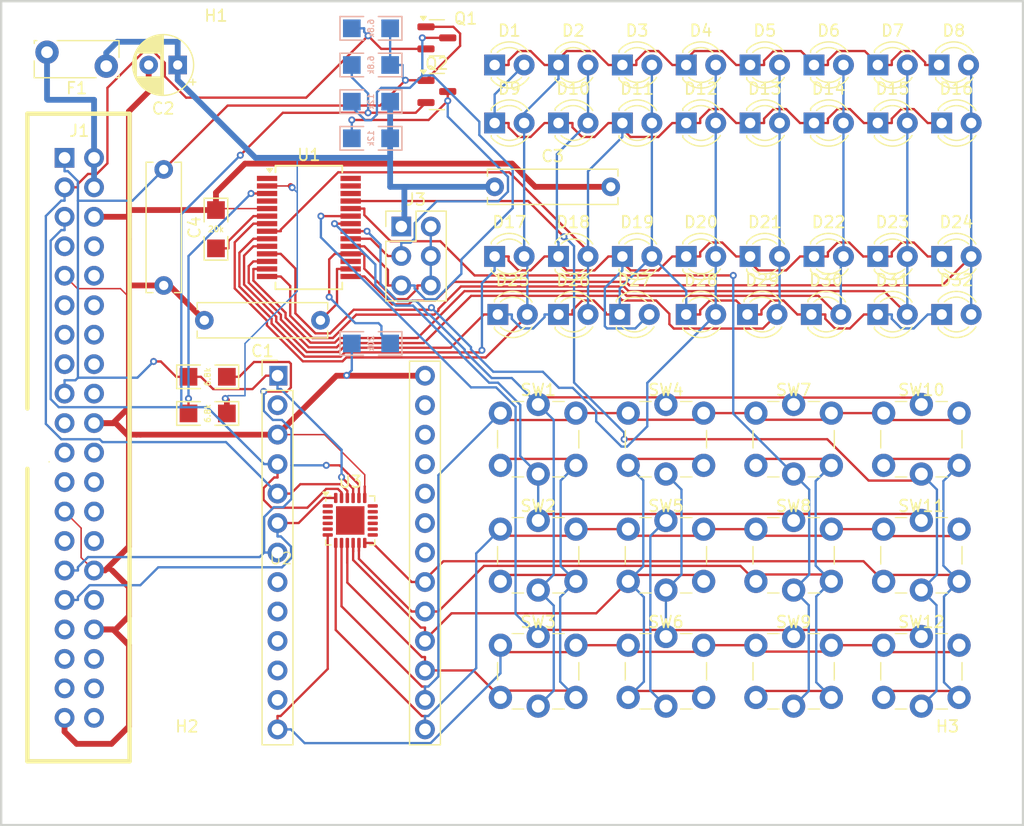
<source format=kicad_pcb>
(kicad_pcb (version 20240108) (generator "pcbnew") (generator_version "8.0")
  (layers (0 "F.Cu" signal) (31 "B.Cu" signal) (34 "B.Paste" user) (35 "F.Paste" user) (36 "B.SilkS" user "B.Silkscreen") (37 "F.SilkS" user "F.Silkscreen") (38 "B.Mask" user) (39 "F.Mask" user) (44 "Edge.Cuts" user))
  (net 0 "")
  (net 1 "Net-(U2-ROW0)")
  (net 2 "Net-(SW1-A)")
  (net 3 "Net-(U2-COL0)")
  (net 4 "/A1")
  (net 5 "Net-(U2-ROW1)")
  (net 6 "Net-(U2-ROW2)")
  (net 7 "/A3")
  (net 8 "Net-(SW7-A)")
  (net 9 "Net-(U2-COL1)")
  (net 11 "Net-(D1-K)")
  (net 12 "Net-(U2-COL2)")
  (net 13 "Net-(D1-A)")
  (net 16 "Net-(D10-A)")
  (net 17 "Net-(SW10-A)")
  (net 18 "Net-(U2-COL3)")
  (net 20 "Net-(D11-A)")
  (net 21 "GND")
  (net 22 "Net-(D12-A)")
  (net 23 "Net-(D13-A)")
  (net 25 "Net-(D14-A)")
  (net 26 "Net-(D15-A)")
  (net 28 "Net-(D16-A)")
  (net 31 "+5V")
  (net 42 "/SDA_3")
  (net 43 "+3.3V")
  (net 44 "/SCL_3")
  (net 51 "Net-(F1-Pad2)")
  (net 70 "/GPI06_3")
  (net 71 "Net-(U1-C_FILT)")
  (net 72 "/GPIO5_3")
  (net 73 "Net-(J3-Pin_3)")
  (net 74 "Net-(U1-~{SDB})")
  (net 75 "Net-(U1-R_EXT)")
  (net 87 "Net-(J3-Pin_5)")
  (net 88 "Net-(J3-Pin_2)")
  (footprint "mWW-Library:SW_PUSH_and_LED_6mm_H8mm" (layer "F.Cu") (at 124.5 78.5)
    (property "Reference" "SW5")
    (property "Value" "SW_Push_LED")
  )
  (footprint "Capacitor_THT:C_Rect_L11.0mm_W2.8mm_P10.00mm_MKT" (layer "F.Cu") (at 84.5 47.5 -90)
    (property "Reference" "C4")
    (property "Value" "0.1uF")
  )
  (footprint "LED_THT:LED_D3.0mm" (layer "F.Cu") (at 129.5 43.5)
    (property "Reference" "D12")
    (property "Value" "LED")
  )
  (footprint "mWW-Library:SW_PUSH_and_LED_6mm_H8mm" (layer "F.Cu") (at 113.5 68.5)
    (property "Reference" "SW1")
    (property "Value" "SW_Push_LED")
  )
  (footprint "Package_DFN_QFN:WQFN-24-1EP_4x4mm_P0.5mm_EP2.45x2.45mm" (layer "F.Cu") (at 100.5625 77.75)
    (property "Reference" "U3")
    (property "Value" "TCA8418")
  )
  (footprint "LED_THT:LED_D3.0mm" (layer "F.Cu") (at 123.775 60)
    (property "Reference" "D27")
    (property "Value" "LED")
  )
  (footprint "mWW-Library:SW_PUSH_and_LED_6mm_H8mm" (layer "F.Cu") (at 146.5 78.5)
    (property "Reference" "SW11")
    (property "Value" "SW_Push_LED")
  )
  (footprint "LED_THT:LED_D3.0mm" (layer "F.Cu") (at 118.5 60)
    (property "Reference" "D26")
    (property "Value" "LED")
  )
  (footprint "LED_THT:LED_D3.0mm" (layer "F.Cu") (at 151.5 60)
    (property "Reference" "D32")
    (property "Value" "LED")
  )
  (footprint "LED_THT:LED_D3.0mm" (layer "F.Cu") (at 129.5 55)
    (property "Reference" "D20")
    (property "Value" "LED")
  )
  (footprint "LED_THT:LED_D3.0mm" (layer "F.Cu") (at 135 38.5)
    (property "Reference" "D5")
    (property "Value" "LED")
  )
  (footprint "LED_THT:LED_D3.0mm" (layer "F.Cu") (at 124 38.5)
    (property "Reference" "D3")
    (property "Value" "LED")
  )
  (footprint "mWW-Library:SW_PUSH_and_LED_6mm_H8mm" (layer "F.Cu") (at 124.5 68.5)
    (property "Reference" "SW4")
    (property "Value" "SW_Push_LED")
  )
  (footprint "LED_THT:LED_D3.0mm" (layer "F.Cu") (at 140.5 38.5)
    (property "Reference" "D6")
    (property "Value" "LED")
  )
  (footprint "Package_TO_SOT_SMD:SOT-23" (layer "F.Cu") (at 108.0235 40.7865)
    (property "Reference" "Q2")
    (property "Value" "BSS138")
  )
  (footprint "RG-Library:SM-1206B" (layer "F.Cu") (at 102.349 35.341)
    (property "Reference" "R1" (hide yes))
    (property "Value" "6.8k")
  )
  (footprint "LED_THT:LED_D3.0mm" (layer "F.Cu") (at 151.5 43.5)
    (property "Reference" "D16")
    (property "Value" "LED")
  )
  (footprint "MountingHole:MountingHole_2.5mm" (layer "F.Cu") (at 152 99)
    (property "Reference" "H3")
    (property "Value" "MountingHole")
  )
  (footprint "LED_THT:LED_D3.0mm" (layer "F.Cu") (at 129.5 38.5)
    (property "Reference" "D4")
    (property "Value" "LED")
  )
  (footprint "LED_THT:LED_D3.0mm" (layer "F.Cu") (at 134.775 60)
    (property "Reference" "D29")
    (property "Value" "LED")
  )
  (footprint "Capacitor_THT:C_Rect_L11.0mm_W2.8mm_P10.00mm_MKT" (layer "F.Cu") (at 98 60.5 180)
    (property "Reference" "C1")
    (property "Value" "0.1uF")
  )
  (footprint "RG-Library:Wannenstecker_2x20_V" (layer "F.Cu") (at 75.96 46.5)
    (property "Reference" "J1")
    (property "Value" "RaspiGPIO40")
  )
  (footprint "LED_THT:LED_D3.0mm" (layer "F.Cu") (at 146 38.5)
    (property "Reference" "D7")
    (property "Value" "LED")
  )
  (footprint "Fuse:Fuse_Bourns_MF-RG300" (layer "F.Cu") (at 79.55 38.6 180)
    (property "Reference" "F1")
    (property "Value" "Polyfuse")
  )
  (footprint "LED_THT:LED_D3.0mm" (layer "F.Cu") (at 140.275 60)
    (property "Reference" "D30")
    (property "Value" "LED")
  )
  (footprint "LED_THT:LED_D3.0mm" (layer "F.Cu") (at 124 43.5)
    (property "Reference" "D11")
    (property "Value" "LED")
  )
  (footprint "mWW-Library:SW_PUSH_and_LED_6mm_H8mm" (layer "F.Cu") (at 135.5 78.5)
    (property "Reference" "SW8")
    (property "Value" "SW_Push_LED")
  )
  (footprint "RG-Library:SM-1206B" (layer "F.Cu") (at 102.349 38.5)
    (property "Reference" "R2" (hide yes))
    (property "Value" "6.8k")
  )
  (footprint "RG-Library:SM-1206B" (layer "F.Cu") (at 102.349 44.818)
    (property "Reference" "R4" (hide yes))
    (property "Value" "12k")
  )
  (footprint "RG-Library:SM-1206B" (layer "F.Cu") (at 102.349 41.659)
    (property "Reference" "R3" (hide yes))
    (property "Value" "12k")
  )
  (footprint "LED_THT:LED_D3.0mm" (layer "F.Cu") (at 146 43.5)
    (property "Reference" "D15")
    (property "Value" "LED")
  )
  (footprint "mWW-Library:SW_PUSH_and_LED_6mm_H8mm" (layer "F.Cu") (at 135.5 88.5)
    (property "Reference" "SW9")
    (property "Value" "SW_Push_LED")
  )
  (footprint "LED_THT:LED_D3.0mm" (layer "F.Cu") (at 129.5 60)
    (property "Reference" "D28")
    (property "Value" "LED")
  )
  (footprint "Package_TO_SOT_SMD:SOT-23" (layer "F.Cu") (at 108.0235 36.1615)
    (property "Reference" "Q1")
    (property "Value" "BSS138")
  )
  (footprint "LED_THT:LED_D3.0mm" (layer "F.Cu") (at 146 55)
    (property "Reference" "D23")
    (property "Value" "LED")
  )
  (footprint "LED_THT:LED_D3.0mm" (layer "F.Cu") (at 113 43.5)
    (property "Reference" "D9")
    (property "Value" "LED")
  )
  (footprint "LED_THT:LED_D3.0mm" (layer "F.Cu") (at 151.5 55)
    (property "Reference" "D24")
    (property "Value" "LED")
  )
  (footprint "LED_THT:LED_D3.0mm" (layer "F.Cu") (at 124 55)
    (property "Reference" "D19")
    (property "Value" "LED")
  )
  (footprint "LED_THT:LED_D3.0mm" (layer "F.Cu") (at 146 60)
    (property "Reference" "D31")
    (property "Value" "LED")
  )
  (footprint "mWW-Library:SW_PUSH_and_LED_6mm_H8mm" (layer "F.Cu") (at 124.5 88.5)
    (property "Reference" "SW6")
    (property "Value" "SW_Push_LED")
  )
  (footprint "mWW-Library:SW_PUSH_and_LED_6mm_H8mm" (layer "F.Cu") (at 113.5 88.5)
    (property "Reference" "SW3")
    (property "Value" "SW_Push_LED")
  )
  (footprint "LED_THT:LED_D3.0mm" (layer "F.Cu") (at 113.275 60)
    (property "Reference" "D25")
    (property "Value" "LED")
  )
  (footprint "LED_THT:LED_D3.0mm" (layer "F.Cu") (at 151.275 38.5)
    (property "Reference" "D8")
    (property "Value" "LED")
  )
  (footprint "Capacitor_THT:CP_Radial_D5.0mm_P2.50mm" (layer "F.Cu") (at 85.7051 38.5 180)
    (property "Reference" "C2")
    (property "Value" "10uF")
  )
  (footprint "LED_THT:LED_D3.0mm" (layer "F.Cu") (at 140.5 43.5)
    (property "Reference" "D14")
    (property "Value" "LED")
  )
  (footprint "MountingHole:MountingHole_2.5mm" (layer "F.Cu") (at 86.5 99)
    (property "Reference" "H2")
    (property "Value" "MountingHole")
  )
  (footprint "LED_THT:LED_D3.0mm" (layer "F.Cu") (at 113 38.5)
    (property "Reference" "D1")
    (property "Value" "LED")
  )
  (footprint "mWW-Library:AdaFruit_2x13_header" (layer "F.Cu") (at 94.6 81.525)
    (property "Reference" "U2")
    (property "Value" "TCA8418RTWR-Module")
  )
  (footprint "mWW-Library:SW_PUSH_and_LED_6mm_H8mm" (layer "F.Cu") (at 146.5 88.5)
    (property "Reference" "SW12")
    (property "Value" "SW_Push_LED")
  )
  (footprint "MountingHole:MountingHole_2.5mm" (layer "F.Cu") (at 92 37)
    (property "Reference" "H1")
    (property "Value" "MountingHole")
  )
  (footprint "mWW-Library:SW_PUSH_and_LED_6mm_H8mm" (layer "F.Cu") (at 135.5 68.5)
    (property "Reference" "SW7")
    (property "Value" "SW_Push_LED")
  )
  (footprint "LED_THT:LED_D3.0mm" (layer "F.Cu") (at 118.5 43.5)
    (property "Reference" "D10")
    (property "Value" "LED")
  )
  (footprint "LED_THT:LED_D3.0mm" (layer "F.Cu") (at 135 55)
    (property "Reference" "D21")
    (property "Value" "LED")
  )
  (footprint "Capacitor_THT:C_Rect_L11.0mm_W2.8mm_P10.00mm_MKT" (layer "F.Cu") (at 113 49)
    (property "Reference" "C3")
    (property "Value" "0.1uF")
  )
  (footprint "LED_THT:LED_D3.0mm" (layer "F.Cu") (at 135 43.5)
    (property "Reference" "D13")
    (property "Value" "LED")
  )
  (footprint "LED_THT:LED_D3.0mm" (layer "F.Cu") (at 113 55)
    (property "Reference" "D17")
    (property "Value" "LED")
  )
  (footprint "LED_THT:LED_D3.0mm" (layer "F.Cu") (at 118.5 38.5)
    (property "Reference" "D2")
    (property "Value" "LED")
  )
  (footprint "LED_THT:LED_D3.0mm" (layer "F.Cu") (at 118.5 55)
    (property "Reference" "D18")
    (property "Value" "LED")
  )
  (footprint "RG-Library:SM-1206B" (layer "F.Cu") (at 102.349 62.5)
    (property "Reference" "R8" (hide yes))
    (property "Value" "20k")
  )
  (footprint "mWW-Library:SW_PUSH_and_LED_6mm_H8mm" (layer "F.Cu") (at 113.5 78.5)
    (property "Reference" "SW2")
    (property "Value" "SW_Push_LED")
  )
  (footprint "LED_THT:LED_D3.0mm" (layer "F.Cu") (at 140.5 55)
    (property "Reference" "D22")
    (property "Value" "LED")
  )
  (footprint "Connector_PinHeader_2.54mm:PinHeader_2x03_P2.54mm_Vertical" (layer "F.Cu") (at 104.96 52.42)
    (property "Reference" "J3")
    (property "Value" "Conn_02x03_Odd_Even")
  )
  (footprint "Package_SO:SSOP-28_5.3x10.2mm_P0.65mm" (layer "F.Cu") (at 97 52.5)
    (property "Reference" "U1")
    (property "Value" "IS31FL3731-SA")
  )
  (footprint "mWW-Library:SW_PUSH_and_LED_6mm_H8mm" (layer "F.Cu") (at 146.5 68.5)
    (property "Reference" "SW10")
    (property "Value" "SW_Push_LED")
  )
  (footprint "RG-Library:SM-1206B" (layer "B.Cu") (at 88.2855 65.3695 180)
    (property "Reference" "R5" (hide yes))
    (property "Value" "6.8k")
  )
  (footprint "RG-Library:SM-1206B" (layer "B.Cu") (at 89 52.651 -90)
    (property "Reference" "R7" (hide yes))
    (property "Value" "20k")
  )
  (footprint "RG-Library:SM-1206B" (layer "B.Cu") (at 88.2855 68.5285 180)
    (property "Reference" "R6" (hide yes))
    (property "Value" "6.8k")
  )
  (gr_line (start 78.5 49) (end 78.5 46.5) (stroke (width 0.5)) (layer "B.Cu") (net 51))
  (gr_rect (start 70.5 33) (end 158.5 104) (stroke (width 0.2)) (fill none) (layer "Edge.Cuts"))
  (segment (start 124.5 68.5) (end 120 68.5) (width 0.2) (layer "F.Cu") (net 1))
  (segment (start 152.404 69.0958) (end 147.096 69.0958) (width 0.2) (layer "F.Cu") (net 1))
  (segment (start 107 92.0633) (end 106.732 92.0633) (width 0.2) (layer "F.Cu") (net 1))
  (segment (start 130.43 69.0701) (end 131 68.5) (width 0.2) (layer "F.Cu") (net 1))
  (segment (start 125.07 69.0701) (end 130.43 69.0701) (width 0.2) (layer "F.Cu") (net 1))
  (segment (start 106.732 92.0633) (end 99.8125 85.1443) (width 0.2) (layer "F.Cu") (net 1))
  (segment (start 141.43 69.0701) (end 136.07 69.0701) (width 0.2) (layer "F.Cu") (net 1))
  (segment (start 153 68.5) (end 152.404 69.0958) (width 0.2) (layer "F.Cu") (net 1))
  (segment (start 120 68.5) (end 119.404 69.0958) (width 0.2) (layer "F.Cu") (net 1))
  (segment (start 147.096 69.0958) (end 146.5 68.5) (width 0.2) (layer "F.Cu") (net 1))
  (segment (start 107 93.215) (end 107 92.0633) (width 0.2) (layer "F.Cu") (net 1))
  (segment (start 124.5 68.5) (end 125.07 69.0701) (width 0.2) (layer "F.Cu") (net 1))
  (segment (start 99.8125 85.1443) (end 99.8125 79.6875) (width 0.2) (layer "F.Cu") (net 1))
  (segment (start 146.5 68.5) (end 142 68.5) (width 0.2) (layer "F.Cu") (net 1))
  (segment (start 119.404 69.0958) (end 114.096 69.0958) (width 0.2) (layer "F.Cu") (net 1))
  (segment (start 114.096 69.0958) (end 113.5 68.5) (width 0.2) (layer "F.Cu") (net 1))
  (segment (start 142 68.5) (end 141.43 69.0701) (width 0.2) (layer "F.Cu") (net 1))
  (segment (start 131 68.5) (end 135.5 68.5) (width 0.2) (layer "F.Cu") (net 1))
  (segment (start 136.07 69.0701) (end 135.5 68.5) (width 0.2) (layer "F.Cu") (net 1))
  (segment (start 107 93.215) (end 107 92.0633) (width 0.2) (layer "B.Cu") (net 1))
  (segment (start 108.152 73.8483) (end 113.5 68.5) (width 0.2) (layer "B.Cu") (net 1))
  (segment (start 107 92.0633) (end 107.288 92.0633) (width 0.2) (layer "B.Cu") (net 1))
  (segment (start 107.288 92.0633) (end 108.152 91.1996) (width 0.2) (layer "B.Cu") (net 1))
  (segment (start 108.152 91.1996) (end 108.152 73.8483) (width 0.2) (layer "B.Cu") (net 1))
  (segment (start 128.312 77.1875) (end 127.75 77.75) (width 0.2) (layer "F.Cu") (net 2))
  (segment (start 139.312 77.1875) (end 139.972 77.1875) (width 0.2) (layer "F.Cu") (net 2))
  (segment (start 100.6 52.175) (end 99.2122 52.175) (width 0.2) (layer "F.Cu") (net 2))
  (segment (start 117.302 77.1983) (end 127.198 77.1983) (width 0.2) (layer "F.Cu") (net 2))
  (segment (start 139.312 77.1875) (end 128.312 77.1875) (width 0.2) (layer "F.Cu") (net 2))
  (segment (start 149.188 77.1875) (end 149.75 77.75) (width 0.2) (layer "F.Cu") (net 2))
  (segment (start 138.75 77.75) (end 139.312 77.1875) (width 0.2) (layer "F.Cu") (net 2))
  (segment (start 139.972 77.1875) (end 149.188 77.1875) (width 0.2) (layer "F.Cu") (net 2))
  (segment (start 127.198 77.1983) (end 127.75 77.75) (width 0.2) (layer "F.Cu") (net 2))
  (segment (start 116.75 77.75) (end 117.302 77.1983) (width 0.2) (layer "F.Cu") (net 2))
  (segment (start 139.972 77.1875) (end 139.312 77.1875) (width 0.2) (layer "F.Cu") (net 2))
  (via (at 99.2122 52.175) (size 0.6) (drill 0.3) (layers "F.Cu" "B.Cu") (net 2))
  (segment (start 110.016 63.2883) (end 110.016 63.3713) (width 0.2) (layer "B.Cu") (net 2))
  (segment (start 113.296 65.8804) (end 115.206 67.7911) (width 0.2) (layer "B.Cu") (net 2))
  (segment (start 116.75 77.75) (end 116.75 73.75) (width 0.2) (layer "B.Cu") (net 2))
  (segment (start 115.206 67.7911) (end 115.206 72.2063) (width 0.2) (layer "B.Cu") (net 2))
  (segment (start 110.016 63.3713) (end 112.525 65.8804) (width 0.2) (layer "B.Cu") (net 2))
  (segment (start 127.75 93.75) (end 126.41 92.4105) (width 0.2) (layer "B.Cu") (net 2))
  (segment (start 102.727 55.69) (end 102.727 57.4769) (width 0.2) (layer "B.Cu") (net 2))
  (segment (start 126.41 79.0895) (end 127.75 77.75) (width 0.2) (layer "B.Cu") (net 2))
  (segment (start 112.525 65.8804) (end 113.296 65.8804) (width 0.2) (layer "B.Cu") (net 2))
  (segment (start 99.2122 52.175) (end 102.727 55.69) (width 0.2) (layer "B.Cu") (net 2))
  (segment (start 102.727 57.4769) (end 104.483 59.2323) (width 0.2) (layer "B.Cu") (net 2))
  (segment (start 115.206 72.2063) (end 116.75 73.75) (width 0.2) (layer "B.Cu") (net 2))
  (segment (start 105.96 59.2323) (end 110.016 63.2883) (width 0.2) (layer "B.Cu") (net 2))
  (segment (start 104.483 59.2323) (end 105.96 59.2323) (width 0.2) (layer "B.Cu") (net 2))
  (segment (start 126.41 92.4105) (end 126.41 79.0895) (width 0.2) (layer "B.Cu") (net 2))
  (segment (start 120 93) (end 119.412 92.4122) (width 0.2) (layer "F.Cu") (net 3))
  (segment (start 119.445 82.4454) (end 114.055 82.4454) (width 0.2) (layer "F.Cu") (net 3))
  (segment (start 114.055 82.4454) (end 113.5 83) (width 0.2) (layer "F.Cu") (net 3))
  (segment (start 107 89.5233) (end 106.732 89.5233) (width 0.2) (layer "F.Cu") (net 3))
  (segment (start 114.088 92.4122) (end 113.5 93) (width 0.2) (layer "F.Cu") (net 3))
  (segment (start 119.444 72.4444) (end 114.056 72.4444) (width 0.2) (layer "F.Cu") (net 3))
  (segment (start 120 73) (end 119.444 72.4444) (width 0.2) (layer "F.Cu") (net 3))
  (segment (start 119.412 92.4122) (end 114.088 92.4122) (width 0.2) (layer "F.Cu") (net 3))
  (segment (start 100.312 81.3959) (end 100.3125 81.3954) (width 0.2) (layer "F.Cu") (net 3))
  (segment (start 114.056 72.4444) (end 113.5 73) (width 0.2) (layer "F.Cu") (net 3))
  (segment (start 111.175 90.675) (end 113.5 93) (width 0.2) (layer "F.Cu") (net 3))
  (segment (start 100.312 81.3959) (end 100.312 79.6875) (width 0.2) (layer "F.Cu") (net 3))
  (segment (start 107 90.675) (end 111.175 90.675) (width 0.2) (layer "F.Cu") (net 3))
  (segment (start 120 83) (end 119.445 82.4454) (width 0.2) (layer "F.Cu") (net 3))
  (segment (start 100.312 83.1043) (end 100.312 81.3959) (width 0.2) (layer "F.Cu") (net 3))
  (segment (start 106.732 89.5233) (end 100.312 83.1043) (width 0.2) (layer "F.Cu") (net 3))
  (segment (start 100.3125 81.3954) (end 100.3125 79.6875) (width 0.2) (layer "F.Cu") (net 3))
  (segment (start 107 90.675) (end 107 89.5233) (width 0.2) (layer "F.Cu") (net 3))
  (segment (start 120 83) (end 118.647 84.3527) (width 0.2) (layer "B.Cu") (net 3))
  (segment (start 118.647 91.6473) (end 120 93) (width 0.2) (layer "B.Cu") (net 3))
  (segment (start 120 83) (end 118.684 81.6839) (width 0.2) (layer "B.Cu") (net 3))
  (segment (start 118.647 84.3527) (end 118.647 91.6473) (width 0.2) (layer "B.Cu") (net 3))
  (segment (start 118.684 81.6839) (end 118.684 74.3161) (width 0.2) (layer "B.Cu") (net 3))
  (segment (start 118.684 74.3161) (end 120 73) (width 0.2) (layer "B.Cu") (net 3))
  (segment (start 139.338 67.1624) (end 138.75 67.75) (width 0.2) (layer "F.Cu") (net 4))
  (segment (start 100.6 52.825) (end 102.009 52.825) (width 0.2) (layer "F.Cu") (net 4))
  (segment (start 127.141 67.1413) (end 117.359 67.1413) (width 0.2) (layer "F.Cu") (net 4))
  (segment (start 127.75 67.75) (end 127.141 67.1413) (width 0.2) (layer "F.Cu") (net 4))
  (segment (start 128.344 67.1565) (end 127.75 67.75) (width 0.2) (layer "F.Cu") (net 4))
  (segment (start 138.75 67.75) (end 138.156 67.1565) (width 0.2) (layer "F.Cu") (net 4))
  (segment (start 149.162 67.1624) (end 139.338 67.1624) (width 0.2) (layer "F.Cu") (net 4))
  (segment (start 117.359 67.1413) (end 116.75 67.75) (width 0.2) (layer "F.Cu") (net 4))
  (segment (start 138.156 67.1565) (end 128.344 67.1565) (width 0.2) (layer "F.Cu") (net 4))
  (segment (start 149.75 67.75) (end 149.162 67.1624) (width 0.2) (layer "F.Cu") (net 4))
  (via (at 102.009 52.825) (size 0.6) (drill 0.3) (layers "F.Cu" "B.Cu") (net 4))
  (segment (start 118.09 85.0895) (end 118.09 92.4105) (width 0.2) (layer "B.Cu") (net 4))
  (segment (start 118.09 92.4105) (end 116.75 93.75) (width 0.2) (layer "B.Cu") (net 4))
  (segment (start 116.75 83.75) (end 118.09 85.0895) (width 0.2) (layer "B.Cu") (net 4))
  (segment (start 118.088 82.4116) (end 116.75 83.75) (width 0.2) (layer "B.Cu") (net 4))
  (segment (start 106.957 59.5602) (end 106.957 59.6607) (width 0.2) (layer "B.Cu") (net 4))
  (segment (start 106.957 59.6607) (end 107.309 60.0133) (width 0.2) (layer "B.Cu") (net 4))
  (segment (start 116.75 67.75) (end 118.088 69.0884) (width 0.2) (layer "B.Cu") (net 4))
  (segment (start 110.418 63.0221) (end 110.418 63.155) (width 0.2) (layer "B.Cu") (net 4))
  (segment (start 106.227 58.8306) (end 106.957 59.5602) (width 0.2) (layer "B.Cu") (net 4))
  (segment (start 112.742 65.4787) (end 114.479 65.4787) (width 0.2) (layer "B.Cu") (net 4))
  (segment (start 104.649 58.8306) (end 106.227 58.8306) (width 0.2) (layer "B.Cu") (net 4))
  (segment (start 118.088 69.0884) (end 118.088 82.4116) (width 0.2) (layer "B.Cu") (net 4))
  (segment (start 107.309 60.0133) (end 107.409 60.0133) (width 0.2) (layer "B.Cu") (net 4))
  (segment (start 103.17 53.9858) (end 103.17 57.3519) (width 0.2) (layer "B.Cu") (net 4))
  (segment (start 103.17 57.3519) (end 104.649 58.8306) (width 0.2) (layer "B.Cu") (net 4))
  (segment (start 110.418 63.155) (end 112.742 65.4787) (width 0.2) (layer "B.Cu") (net 4))
  (segment (start 107.409 60.0133) (end 110.418 63.0221) (width 0.2) (layer "B.Cu") (net 4))
  (segment (start 114.479 65.4787) (end 116.75 67.75) (width 0.2) (layer "B.Cu") (net 4))
  (segment (start 102.009 52.825) (end 103.17 53.9858) (width 0.2) (layer "B.Cu") (net 4))
  (segment (start 130.433 79.067) (end 125.067 79.067) (width 0.2) (layer "F.Cu") (net 5))
  (segment (start 153 78.5) (end 152.405 79.0952) (width 0.2) (layer "F.Cu") (net 5))
  (segment (start 120 78.5) (end 124.5 78.5) (width 0.2) (layer "F.Cu") (net 5))
  (segment (start 131 78.5) (end 130.433 79.067) (width 0.2) (layer "F.Cu") (net 5))
  (segment (start 152.405 79.0952) (end 147.095 79.0952) (width 0.2) (layer "F.Cu") (net 5))
  (segment (start 114.067 79.067) (end 119.433 79.067) (width 0.2) (layer "F.Cu") (net 5))
  (segment (start 113.5 78.5) (end 114.067 79.067) (width 0.2) (layer "F.Cu") (net 5))
  (segment (start 99.3125 87.1843) (end 99.3125 79.6875) (width 0.2) (layer "F.Cu") (net 5))
  (segment (start 142 78.5) (end 141.433 79.067) (width 0.2) (layer "F.Cu") (net 5))
  (segment (start 147.095 79.0952) (end 146.5 78.5) (width 0.2) (layer "F.Cu") (net 5))
  (segment (start 125.067 79.067) (end 124.5 78.5) (width 0.2) (layer "F.Cu") (net 5))
  (segment (start 146.5 78.5) (end 142 78.5) (width 0.2) (layer "F.Cu") (net 5))
  (segment (start 135.5 78.5) (end 131 78.5) (width 0.2) (layer "F.Cu") (net 5))
  (segment (start 107 95.755) (end 107 94.6033) (width 0.2) (layer "F.Cu") (net 5))
  (segment (start 141.433 79.067) (end 136.067 79.067) (width 0.2) (layer "F.Cu") (net 5))
  (segment (start 107 94.6033) (end 106.732 94.6033) (width 0.2) (layer "F.Cu") (net 5))
  (segment (start 119.433 79.067) (end 120 78.5) (width 0.2) (layer "F.Cu") (net 5))
  (segment (start 136.067 79.067) (end 135.5 78.5) (width 0.2) (layer "F.Cu") (net 5))
  (segment (start 106.732 94.6033) (end 99.3125 87.1843) (width 0.2) (layer "F.Cu") (net 5))
  (segment (start 107 94.6033) (end 107.288 94.6033) (width 0.2) (layer "B.Cu") (net 5))
  (segment (start 107 95.755) (end 107 94.6033) (width 0.2) (layer "B.Cu") (net 5))
  (segment (start 107.288 94.6033) (end 111.413 90.4778) (width 0.2) (layer "B.Cu") (net 5))
  (segment (start 111.413 90.4778) (end 111.413 80.5866) (width 0.2) (layer "B.Cu") (net 5))
  (segment (start 111.413 80.5866) (end 113.5 78.5) (width 0.2) (layer "B.Cu") (net 5))
  (segment (start 141.448 89.0517) (end 136.052 89.0517) (width 0.2) (layer "F.Cu") (net 6))
  (segment (start 152.404 89.0958) (end 147.096 89.0958) (width 0.2) (layer "F.Cu") (net 6))
  (segment (start 147.096 89.0958) (end 146.5 88.5) (width 0.2) (layer "F.Cu") (net 6))
  (segment (start 94.3 94.6033) (end 94.5685 94.6033) (width 0.2) (layer "F.Cu") (net 6))
  (segment (start 98.625 90.5468) (end 98.625 79) (width 0.2) (layer "F.Cu") (net 6))
  (segment (start 94.5685 94.6033) (end 98.625 90.5468) (width 0.2) (layer "F.Cu") (net 6))
  (segment (start 125.07 89.0701) (end 130.43 89.0701) (width 0.2) (layer "F.Cu") (net 6))
  (segment (start 119.404 89.0958) (end 120 88.5) (width 0.2) (layer "F.Cu") (net 6))
  (segment (start 114.096 89.0958) (end 119.404 89.0958) (width 0.2) (layer "F.Cu") (net 6))
  (segment (start 120 88.5) (end 124.5 88.5) (width 0.2) (layer "F.Cu") (net 6))
  (segment (start 131 88.5) (end 135.5 88.5) (width 0.2) (layer "F.Cu") (net 6))
  (segment (start 94.3 95.755) (end 94.3 94.6033) (width 0.2) (layer "F.Cu") (net 6))
  (segment (start 124.5 88.5) (end 125.07 89.0701) (width 0.2) (layer "F.Cu") (net 6))
  (segment (start 153 88.5) (end 152.404 89.0958) (width 0.2) (layer "F.Cu") (net 6))
  (segment (start 113.5 88.5) (end 114.096 89.0958) (width 0.2) (layer "F.Cu") (net 6))
  (segment (start 142 88.5) (end 141.448 89.0517) (width 0.2) (layer "F.Cu") (net 6))
  (segment (start 136.052 89.0517) (end 135.5 88.5) (width 0.2) (layer "F.Cu") (net 6))
  (segment (start 146.5 88.5) (end 142 88.5) (width 0.2) (layer "F.Cu") (net 6))
  (segment (start 130.43 89.0701) (end 131 88.5) (width 0.2) (layer "F.Cu") (net 6))
  (segment (start 113.5 90.9194) (end 113.5 88.5) (width 0.2) (layer "B.Cu") (net 6))
  (segment (start 94.3 95.755) (end 95.4517 95.755) (width 0.2) (layer "B.Cu") (net 6))
  (segment (start 95.4517 95.755) (end 96.6347 96.938) (width 0.2) (layer "B.Cu") (net 6))
  (segment (start 107.481 96.938) (end 113.5 90.9194) (width 0.2) (layer "B.Cu") (net 6))
  (segment (start 96.6347 96.938) (end 107.481 96.938) (width 0.2) (layer "B.Cu") (net 6))
  (segment (start 149.188 87.1875) (end 139.312 87.1875) (width 0.2) (layer "F.Cu") (net 7))
  (segment (start 100.6 51.525) (end 98.0369 51.525) (width 0.2) (layer "F.Cu") (net 7))
  (segment (start 127.181 87.1811) (end 127.75 87.75) (width 0.2) (layer "F.Cu") (net 7))
  (segment (start 138.75 87.75) (end 138.198 87.1983) (width 0.2) (layer "F.Cu") (net 7))
  (segment (start 117.319 87.1811) (end 127.181 87.1811) (width 0.2) (layer "F.Cu") (net 7))
  (segment (start 116.75 87.75) (end 117.319 87.1811) (width 0.2) (layer "F.Cu") (net 7))
  (segment (start 139.312 87.1875) (end 138.75 87.75) (width 0.2) (layer "F.Cu") (net 7))
  (segment (start 138.198 87.1983) (end 128.302 87.1983) (width 0.2) (layer "F.Cu") (net 7))
  (segment (start 149.75 87.75) (end 149.188 87.1875) (width 0.2) (layer "F.Cu") (net 7))
  (segment (start 128.302 87.1983) (end 127.75 87.75) (width 0.2) (layer "F.Cu") (net 7))
  (via (at 98.0369 51.525) (size 0.6) (drill 0.3) (layers "F.Cu" "B.Cu") (net 7))
  (segment (start 98.0369 53.3546) (end 110.964 66.2821) (width 0.2) (layer "B.Cu") (net 7))
  (segment (start 129.09 82.4105) (end 127.75 83.75) (width 0.2) (layer "B.Cu") (net 7))
  (segment (start 110.964 66.2821) (end 113.125 66.2821) (width 0.2) (layer "B.Cu") (net 7))
  (segment (start 113.125 66.2821) (end 114.802 67.9587) (width 0.2) (layer "B.Cu") (net 7))
  (segment (start 114.802 85.8017) (end 116.75 87.75) (width 0.2) (layer "B.Cu") (net 7))
  (segment (start 114.802 67.9587) (end 114.802 85.8017) (width 0.2) (layer "B.Cu") (net 7))
  (segment (start 129.09 75.0895) (end 129.09 82.4105) (width 0.2) (layer "B.Cu") (net 7))
  (segment (start 127.75 87.75) (end 127.75 83.75) (width 0.2) (layer "B.Cu") (net 7))
  (segment (start 98.0369 51.525) (end 98.0369 53.3546) (width 0.2) (layer "B.Cu") (net 7))
  (segment (start 127.75 73.75) (end 129.09 75.0895) (width 0.2) (layer "B.Cu") (net 7))
  (segment (start 108.326 53.6907) (end 111.271 56.6358) (width 0.2) (layer "F.Cu") (net 8))
  (segment (start 101.777 50.875) (end 101.777 51.43) (width 0.2) (layer "F.Cu") (net 8))
  (segment (start 100.6 50.875) (end 101.777 50.875) (width 0.2) (layer "F.Cu") (net 8))
  (segment (start 111.271 56.6358) (end 133.549 56.6358) (width 0.2) (layer "F.Cu") (net 8))
  (segment (start 101.777 51.43) (end 104.037 53.6907) (width 0.2) (layer "F.Cu") (net 8))
  (segment (start 104.037 53.6907) (end 108.326 53.6907) (width 0.2) (layer "F.Cu") (net 8))
  (via (at 133.549 56.6358) (size 0.6) (drill 0.3) (layers "F.Cu" "B.Cu") (net 8))
  (segment (start 140.052 85.0517) (end 138.75 83.75) (width 0.2) (layer "B.Cu") (net 8))
  (segment (start 140.09 75.0895) (end 138.75 73.75) (width 0.2) (layer "B.Cu") (net 8))
  (segment (start 138.75 83.75) (end 140.09 82.4105) (width 0.2) (layer "B.Cu") (net 8))
  (segment (start 140.052 92.4483) (end 140.052 85.0517) (width 0.2) (layer "B.Cu") (net 8))
  (segment (start 140.09 82.4105) (end 140.09 75.0895) (width 0.2) (layer "B.Cu") (net 8))
  (segment (start 138.75 73.75) (end 133.549 68.549) (width 0.2) (layer "B.Cu") (net 8))
  (segment (start 138.75 93.75) (end 140.052 92.4483) (width 0.2) (layer "B.Cu") (net 8))
  (segment (start 133.549 68.549) (end 133.549 56.6358) (width 0.2) (layer "B.Cu") (net 8))
  (segment (start 107 86.9833) (end 106.64 86.9833) (width 0.2) (layer "F.Cu") (net 9))
  (segment (start 130.445 82.4454) (end 125.055 82.4454) (width 0.2) (layer "F.Cu") (net 9))
  (segment (start 121.75 85.75) (end 124.5 83) (width 0.2) (layer "F.Cu") (net 9))
  (segment (start 130.444 92.4444) (end 125.056 92.4444) (width 0.2) (layer "F.Cu") (net 9))
  (segment (start 125.056 92.4444) (end 124.5 93) (width 0.2) (layer "F.Cu") (net 9))
  (segment (start 130.444 72.4444) (end 125.056 72.4444) (width 0.2) (layer "F.Cu") (net 9))
  (segment (start 131 83) (end 130.445 82.4454) (width 0.2) (layer "F.Cu") (net 9))
  (segment (start 131 73) (end 130.444 72.4444) (width 0.2) (layer "F.Cu") (net 9))
  (segment (start 107 88.0397) (end 109.29 85.75) (width 0.2) (layer "F.Cu") (net 9))
  (segment (start 107 88.0397) (end 107 86.9833) (width 0.2) (layer "F.Cu") (net 9))
  (segment (start 100.812 80.4216) (end 100.812 79.6875) (width 0.2) (layer "F.Cu") (net 9))
  (segment (start 125.055 82.4454) (end 124.5 83) (width 0.2) (layer "F.Cu") (net 9))
  (segment (start 106.64 86.9833) (end 100.812 81.1557) (width 0.2) (layer "F.Cu") (net 9))
  (segment (start 107 88.135) (end 107 88.0397) (width 0.2) (layer "F.Cu") (net 9))
  (segment (start 131 93) (end 130.444 92.4444) (width 0.2) (layer "F.Cu") (net 9))
  (segment (start 100.812 81.1557) (end 100.812 80.4216) (width 0.2) (layer "F.Cu") (net 9))
  (segment (start 125.056 72.4444) (end 124.5 73) (width 0.2) (layer "F.Cu") (net 9))
  (segment (start 100.8125 80.4211) (end 100.8125 79.6875) (width 0.2) (layer "F.Cu") (net 9))
  (segment (start 100.812 80.4216) (end 100.8125 80.4211) (width 0.2) (layer "F.Cu") (net 9))
  (segment (start 109.29 85.75) (end 121.75 85.75) (width 0.2) (layer "F.Cu") (net 9))
  (segment (start 125.802 81.6983) (end 124.5 83) (width 0.2) (layer "B.Cu") (net 9))
  (segment (start 124.5 73) (end 125.802 74.3017) (width 0.2) (layer "B.Cu") (net 9))
  (segment (start 124.5 93) (end 125.853 91.6473) (width 0.2) (layer "B.Cu") (net 9))
  (segment (start 125.853 91.6473) (end 125.853 84.3527) (width 0.2) (layer "B.Cu") (net 9))
  (segment (start 125.802 74.3017) (end 125.802 81.6983) (width 0.2) (layer "B.Cu") (net 9))
  (segment (start 125.853 84.3527) (end 124.5 83) (width 0.2) (layer "B.Cu") (net 9))
  (segment (start 127.097 37.2983) (end 126.028 37.2983) (width 0.2) (layer "F.Cu") (net 11))
  (segment (start 114.202 38.1245) (end 114.202 38.5) (width 0.2) (layer "F.Cu") (net 11))
  (segment (start 122.798 38.5) (end 121.597 37.2983) (width 0.2) (layer "F.Cu") (net 11))
  (segment (start 99.898 64.0359) (end 100.23 63.7039) (width 0.2) (layer "F.Cu") (net 11))
  (segment (start 90.6162 53.7821) (end 90.6162 57.7557) (width 0.2) (layer "F.Cu") (net 11))
  (segment (start 135 38.5) (end 133.798 38.5) (width 0.2) (layer "F.Cu") (net 11))
  (segment (start 135 38.5) (end 136.202 38.5) (width 0.2) (layer "F.Cu") (net 11))
  (segment (start 132.597 37.2983) (end 130.204 37.2983) (width 0.2) (layer "F.Cu") (net 11))
  (segment (start 129.5 38.5) (end 129.002 38.5) (width 0.2) (layer "F.Cu") (net 11))
  (segment (start 150.073 38.5) (end 151.275 38.5) (width 0.2) (layer "F.Cu") (net 11))
  (segment (start 115.815 60.1195) (end 115.815 60) (width 0.2) (layer "F.Cu") (net 11))
  (segment (start 118.5 38.5) (end 118.002 38.5) (width 0.2) (layer "F.Cu") (net 11))
  (segment (start 112.231 63.7039) (end 115.815 60.1195) (width 0.2) (layer "F.Cu") (net 11))
  (segment (start 140.578 38.5) (end 141.702 38.5) (width 0.2) (layer "F.Cu") (net 11))
  (segment (start 146 38.5) (end 146.078 38.5) (width 0.2) (layer "F.Cu") (net 11))
  (segment (start 150.073 38.2747) (end 150.073 38.5) (width 0.2) (layer "F.Cu") (net 11))
  (segment (start 148.028 37.2983) (end 149.097 37.2983) (width 0.2) (layer "F.Cu") (net 11))
  (segment (start 125.202 38.5) (end 124 38.5) (width 0.2) (layer "F.Cu") (net 11))
  (segment (start 119.204 37.2983) (end 118.002 38.5) (width 0.2) (layer "F.Cu") (net 11))
  (segment (start 147.202 38.5) (end 147.202 38.1244) (width 0.2) (layer "F.Cu") (net 11))
  (segment (start 125.202 38.1244) (end 125.202 38.5) (width 0.2) (layer "F.Cu") (net 11))
  (segment (start 136.202 38.1244) (end 137.028 37.2983) (width 0.2) (layer "F.Cu") (net 11))
  (segment (start 121.597 37.2983) (end 119.204 37.2983) (width 0.2) (layer "F.Cu") (net 11))
  (segment (start 95.0687 62.6234) (end 95.0687 62.6235) (width 0.2) (layer "F.Cu") (net 11))
  (segment (start 115.028 37.2983) (end 114.202 38.1245) (width 0.2) (layer "F.Cu") (net 11))
  (segment (start 141.702 38.1244) (end 142.528 37.2983) (width 0.2) (layer "F.Cu") (net 11))
  (segment (start 118.002 38.5) (end 117.298 38.5) (width 0.2) (layer "F.Cu") (net 11))
  (segment (start 136.202 38.5) (end 136.202 38.1244) (width 0.2) (layer "F.Cu") (net 11))
  (segment (start 96.4811 64.0359) (end 99.898 64.0359) (width 0.2) (layer "F.Cu") (net 11))
  (segment (start 146.078 38.5) (end 147.202 38.5) (width 0.2) (layer "F.Cu") (net 11))
  (segment (start 100.23 63.7039) (end 112.231 63.7039) (width 0.2) (layer "F.Cu") (net 11))
  (segment (start 129.002 38.5) (end 128.298 38.5) (width 0.2) (layer "F.Cu") (net 11))
  (segment (start 139.376 37.2983) (end 140.578 38.5) (width 0.2) (layer "F.Cu") (net 11))
  (segment (start 93.3868 60.9415) (end 95.0687 62.6234) (width 0.2) (layer "F.Cu") (net 11))
  (segment (start 140.5 38.5) (end 140.578 38.5) (width 0.2) (layer "F.Cu") (net 11))
  (segment (start 93.4 52.175) (end 92.2233 52.175) (width 0.2) (layer "F.Cu") (net 11))
  (segment (start 93.3868 60.5263) (end 93.3868 60.9415) (width 0.2) (layer "F.Cu") (net 11))
  (segment (start 137.028 37.2983) (end 139.376 37.2983) (width 0.2) (layer "F.Cu") (net 11))
  (segment (start 147.202 38.1244) (end 148.028 37.2983) (width 0.2) (layer "F.Cu") (net 11))
  (segment (start 117.298 38.5) (end 116.097 37.2983) (width 0.2) (layer "F.Cu") (net 11))
  (segment (start 149.097 37.2983) (end 150.073 38.2747) (width 0.2) (layer "F.Cu") (net 11))
  (segment (start 133.798 38.5) (end 132.597 37.2983) (width 0.2) (layer "F.Cu") (net 11))
  (segment (start 92.2233 52.175) (end 90.6162 53.7821) (width 0.2) (layer "F.Cu") (net 11))
  (segment (start 95.0687 62.6235) (end 96.4811 64.0359) (width 0.2) (layer "F.Cu") (net 11))
  (segment (start 124 38.5) (end 122.798 38.5) (width 0.2) (layer "F.Cu") (net 11))
  (segment (start 144.876 37.2983) (end 146.078 38.5) (width 0.2) (layer "F.Cu") (net 11))
  (segment (start 141.702 38.5) (end 141.702 38.1244) (width 0.2) (layer "F.Cu") (net 11))
  (segment (start 126.028 37.2983) (end 125.202 38.1244) (width 0.2) (layer "F.Cu") (net 11))
  (segment (start 116.097 37.2983) (end 115.028 37.2983) (width 0.2) (layer "F.Cu") (net 11))
  (segment (start 142.528 37.2983) (end 144.876 37.2983) (width 0.2) (layer "F.Cu") (net 11))
  (segment (start 90.6162 57.7557) (end 93.3868 60.5263) (width 0.2) (layer "F.Cu") (net 11))
  (segment (start 128.298 38.5) (end 127.097 37.2983) (width 0.2) (layer "F.Cu") (net 11))
  (segment (start 130.204 37.2983) (end 129.002 38.5) (width 0.2) (layer "F.Cu") (net 11))
  (segment (start 114.202 38.5) (end 113 38.5) (width 0.2) (layer "F.Cu") (net 11))
  (segment (start 115.54 55) (end 115.54 43.5) (width 0.2) (layer "B.Cu") (net 11))
  (segment (start 115.815 55.275) (end 115.54 55) (width 0.2) (layer "B.Cu") (net 11))
  (segment (start 118.5 38.5) (end 118.5 39.7017) (width 0.2) (layer "B.Cu") (net 11))
  (segment (start 118.5 39.7017) (end 115.54 42.6617) (width 0.2) (layer "B.Cu") (net 11))
  (segment (start 115.54 42.6617) (end 115.54 43.5) (width 0.2) (layer "B.Cu") (net 11))
  (segment (start 115.815 60) (end 115.815 55.275) (width 0.2) (layer "B.Cu") (net 11))
  (segment (start 101.312 81.0592) (end 101.312 80.3733) (width 0.2) (layer "F.Cu") (net 12))
  (segment (start 107 85.595) (end 105.848 85.595) (width 0.2) (layer "F.Cu") (net 12))
  (segment (start 142 73) (end 141.444 72.4444) (width 0.2) (layer "F.Cu") (net 12))
  (segment (start 107 85.595) (end 108.152 85.595) (width 0.2) (layer "F.Cu") (net 12))
  (segment (start 142 83) (end 141.404 82.4042) (width 0.2) (layer "F.Cu") (net 12))
  (segment (start 136.056 92.4444) (end 135.5 93) (width 0.2) (layer "F.Cu") (net 12))
  (segment (start 141.404 82.4042) (end 136.096 82.4042) (width 0.2) (layer "F.Cu") (net 12))
  (segment (start 101.312 80.3733) (end 101.312 79.6875) (width 0.2) (layer "F.Cu") (net 12))
  (segment (start 141.444 72.4444) (end 136.056 72.4444) (width 0.2) (layer "F.Cu") (net 12))
  (segment (start 105.848 85.595) (end 101.312 81.0592) (width 0.2) (layer "F.Cu") (net 12))
  (segment (start 101.312 80.3733) (end 101.3125 80.3728) (width 0.2) (layer "F.Cu") (net 12))
  (segment (start 141.444 92.4444) (end 136.056 92.4444) (width 0.2) (layer "F.Cu") (net 12))
  (segment (start 112.083 81.6641) (end 134.164 81.6641) (width 0.2) (layer "F.Cu") (net 12))
  (segment (start 101.3125 80.3728) (end 101.3125 79.6875) (width 0.2) (layer "F.Cu") (net 12))
  (segment (start 108.152 85.595) (end 112.083 81.6641) (width 0.2) (layer "F.Cu") (net 12))
  (segment (start 136.096 82.4042) (end 135.5 83) (width 0.2) (layer "F.Cu") (net 12))
  (segment (start 136.056 72.4444) (end 135.5 73) (width 0.2) (layer "F.Cu") (net 12))
  (segment (start 134.164 81.6641) (end 135.5 83) (width 0.2) (layer "F.Cu") (net 12))
  (segment (start 142 93) (end 141.444 92.4444) (width 0.2) (layer "F.Cu") (net 12))
  (segment (start 142 73) (end 140.647 74.3527) (width 0.2) (layer "B.Cu") (net 12))
  (segment (start 142 93) (end 140.698 91.6983) (width 0.2) (layer "B.Cu") (net 12))
  (segment (start 140.647 81.6473) (end 142 83) (width 0.2) (layer "B.Cu") (net 12))
  (segment (start 140.698 84.3017) (end 142 83) (width 0.2) (layer "B.Cu") (net 12))
  (segment (start 140.647 74.3527) (end 140.647 81.6473) (width 0.2) (layer "B.Cu") (net 12))
  (segment (start 140.698 91.6983) (end 140.698 84.3017) (width 0.2) (layer "B.Cu") (net 12))
  (segment (start 143.597 42.2983) (end 144.798 43.5) (width 0.2) (layer "F.Cu") (net 13))
  (segment (start 114.202 43.8755) (end 114.202 43.5) (width 0.2) (layer "F.Cu") (net 13))
  (segment (start 128.298 43.5) (end 127.097 44.7017) (width 0.2) (layer "F.Cu") (net 13))
  (segment (start 147.202 43.5) (end 147.202 43.1244) (width 0.2) (layer "F.Cu") (net 13))
  (segment (start 124 43.5) (end 123.502 43.5) (width 0.2) (layer "F.Cu") (net 13))
  (segment (start 94.5767 52.6925) (end 94.5767 52.825) (width 0.2) (layer "F.Cu") (net 13))
  (segment (start 137.028 42.2983) (end 138.097 42.2983) (width 0.2) (layer "F.Cu") (net 13))
  (segment (start 135 43.5) (end 136.202 43.5) (width 0.2) (layer "F.Cu") (net 13))
  (segment (start 118.5 43.5) (end 117.298 43.5) (width 0.2) (layer "F.Cu") (net 13))
  (segment (start 116.097 44.7017) (end 115.028 44.7017) (width 0.2) (layer "F.Cu") (net 13))
  (segment (start 99.5209 47.7483) (end 94.5767 52.6925) (width 0.2) (layer "F.Cu") (net 13))
  (segment (start 127.097 44.7017) (end 124.704 44.7017) (width 0.2) (layer "F.Cu") (net 13))
  (segment (start 130.702 43.1244) (end 131.528 42.2983) (width 0.2) (layer "F.Cu") (net 13))
  (segment (start 94.5767 52.825) (end 93.4 52.825) (width 0.2) (layer "F.Cu") (net 13))
  (segment (start 120.528 44.7017) (end 119.702 43.8755) (width 0.2) (layer "F.Cu") (net 13))
  (segment (start 141.702 43.1244) (end 142.528 42.2983) (width 0.2) (layer "F.Cu") (net 13))
  (segment (start 144.798 43.5) (end 146 43.5) (width 0.2) (layer "F.Cu") (net 13))
  (segment (start 136.202 43.1244) (end 137.028 42.2983) (width 0.2) (layer "F.Cu") (net 13))
  (segment (start 131.528 42.2983) (end 132.597 42.2983) (width 0.2) (layer "F.Cu") (net 13))
  (segment (start 149.097 42.2983) (end 150.298 43.5) (width 0.2) (layer "F.Cu") (net 13))
  (segment (start 138.097 42.2983) (end 139.298 43.5) (width 0.2) (layer "F.Cu") (net 13))
  (segment (start 139.298 43.5) (end 140.5 43.5) (width 0.2) (layer "F.Cu") (net 13))
  (segment (start 136.202 43.5) (end 136.202 43.1244) (width 0.2) (layer "F.Cu") (net 13))
  (segment (start 124.704 44.7017) (end 123.502 43.5) (width 0.2) (layer "F.Cu") (net 13))
  (segment (start 148.028 42.2983) (end 149.097 42.2983) (width 0.2) (layer "F.Cu") (net 13))
  (segment (start 119.702 43.8755) (end 119.702 43.5) (width 0.2) (layer "F.Cu") (net 13))
  (segment (start 141.702 43.5) (end 141.702 43.1244) (width 0.2) (layer "F.Cu") (net 13))
  (segment (start 114.257 47.7483) (end 99.5209 47.7483) (width 0.2) (layer "F.Cu") (net 13))
  (segment (start 130.702 43.5) (end 130.702 43.1244) (width 0.2) (layer "F.Cu") (net 13))
  (segment (start 119.702 43.5) (end 118.5 43.5) (width 0.2) (layer "F.Cu") (net 13))
  (segment (start 121.04 55) (end 121.04 54.5316) (width 0.2) (layer "F.Cu") (net 13))
  (segment (start 115.028 44.7017) (end 114.202 43.8755) (width 0.2) (layer "F.Cu") (net 13))
  (segment (start 133.798 43.5) (end 135 43.5) (width 0.2) (layer "F.Cu") (net 13))
  (segment (start 123.502 43.5) (end 122.798 43.5) (width 0.2) (layer "F.Cu") (net 13))
  (segment (start 117.298 43.5) (end 116.097 44.7017) (width 0.2) (layer "F.Cu") (net 13))
  (segment (start 146 43.5) (end 147.202 43.5) (width 0.2) (layer "F.Cu") (net 13))
  (segment (start 114.202 43.5) (end 113 43.5) (width 0.2) (layer "F.Cu") (net 13))
  (segment (start 122.798 43.5) (end 121.597 44.7017) (width 0.2) (layer "F.Cu") (net 13))
  (segment (start 140.5 43.5) (end 141.702 43.5) (width 0.2) (layer "F.Cu") (net 13))
  (segment (start 129.5 43.5) (end 130.702 43.5) (width 0.2) (layer "F.Cu") (net 13))
  (segment (start 129.5 43.5) (end 128.298 43.5) (width 0.2) (layer "F.Cu") (net 13))
  (segment (start 142.528 42.2983) (end 143.597 42.2983) (width 0.2) (layer "F.Cu") (net 13))
  (segment (start 147.202 43.1244) (end 148.028 42.2983) (width 0.2) (layer "F.Cu") (net 13))
  (segment (start 150.298 43.5) (end 151.5 43.5) (width 0.2) (layer "F.Cu") (net 13))
  (segment (start 121.04 54.5316) (end 114.257 47.7483) (width 0.2) (layer "F.Cu") (net 13))
  (segment (start 121.597 44.7017) (end 120.528 44.7017) (width 0.2) (layer "F.Cu") (net 13))
  (segment (start 132.597 42.2983) (end 133.798 43.5) (width 0.2) (layer "F.Cu") (net 13))
  (segment (start 121.04 47.6617) (end 121.04 55) (width 0.2) (layer "B.Cu") (net 13))
  (segment (start 124 44.7017) (end 121.04 47.6617) (width 0.2) (layer "B.Cu") (net 13))
  (segment (start 124 43.5) (end 124 44.7017) (width 0.2) (layer "B.Cu") (net 13))
  (segment (start 121.04 60) (end 121.04 55) (width 0.2) (layer "B.Cu") (net 13))
  (segment (start 115.54 38.5) (end 113 41.04) (width 0.2) (layer "B.Cu") (net 13))
  (segment (start 113 41.04) (end 113 43.5) (width 0.2) (layer "B.Cu") (net 13))
  (segment (start 92.2233 53.475) (end 91.0179 54.6804) (width 0.2) (layer "F.Cu") (net 16))
  (segment (start 127.097 56.2017) (end 124.704 56.2017) (width 0.2) (layer "F.Cu") (net 16))
  (segment (start 130.702 55) (end 129.5 55) (width 0.2) (layer "F.Cu") (net 16))
  (segment (start 147.202 54.6389) (end 147.202 55) (width 0.2) (layer "F.Cu") (net 16))
  (segment (start 141.702 55) (end 140.5 55) (width 0.2) (layer "F.Cu") (net 16))
  (segment (start 91.0179 57.5894) (end 93.7885 60.36) (width 0.2) (layer "F.Cu") (net 16))
  (segment (start 141.702 54.6388) (end 141.702 55) (width 0.2) (layer "F.Cu") (net 16))
  (segment (start 93.7885 60.36) (end 93.7885 60.7752) (width 0.2) (layer "F.Cu") (net 16))
  (segment (start 148.042 53.7983) (end 147.202 54.6389) (width 0.2) (layer "F.Cu") (net 16))
  (segment (start 114.202 55.3611) (end 115.042 56.2017) (width 0.2) (layer "F.Cu") (net 16))
  (segment (start 114.202 55) (end 114.202 55.3611) (width 0.2) (layer "F.Cu") (net 16))
  (segment (start 122.798 55) (end 121.597 56.2017) (width 0.2) (layer "F.Cu") (net 16))
  (segment (start 143.538 53.7983) (end 142.542 53.7983) (width 0.2) (layer "F.Cu") (net 16))
  (segment (start 135.704 56.2017) (end 134.502 55) (width 0.2) (layer "F.Cu") (net 16))
  (segment (start 147.202 55) (end 146 55) (width 0.2) (layer "F.Cu") (net 16))
  (segment (start 151.5 55) (end 150.298 55) (width 0.2) (layer "F.Cu") (net 16))
  (segment (start 115.042 56.2017) (end 116.097 56.2017) (width 0.2) (layer "F.Cu") (net 16))
  (segment (start 128.298 55) (end 127.097 56.2017) (width 0.2) (layer "F.Cu") (net 16))
  (segment (start 132.597 53.7983) (end 131.542 53.7983) (width 0.2) (layer "F.Cu") (net 16))
  (segment (start 144.739 55) (end 144.739 54.9999) (width 0.2) (layer "F.Cu") (net 16))
  (segment (start 95.4704 62.4571) (end 95.4704 62.4572) (width 0.2) (layer "F.Cu") (net 16))
  (segment (start 135 55) (end 134.502 55) (width 0.2) (layer "F.Cu") (net 16))
  (segment (start 144.739 54.9999) (end 143.538 53.7983) (width 0.2) (layer "F.Cu") (net 16))
  (segment (start 129.5 55) (end 128.298 55) (width 0.2) (layer "F.Cu") (net 16))
  (segment (start 121.597 56.2017) (end 119.204 56.2017) (width 0.2) (layer "F.Cu") (net 16))
  (segment (start 140.5 55) (end 139.298 55) (width 0.2) (layer "F.Cu") (net 16))
  (segment (start 134.502 55) (end 133.798 55) (width 0.2) (layer "F.Cu") (net 16))
  (segment (start 117.298 55) (end 118.002 55) (width 0.2) (layer "F.Cu") (net 16))
  (segment (start 111.722 63.2693) (end 111.905 63.0864) (width 0.2) (layer "F.Cu") (net 16))
  (segment (start 138.097 56.2017) (end 135.704 56.2017) (width 0.2) (layer "F.Cu") (net 16))
  (segment (start 123.502 55) (end 122.798 55) (width 0.2) (layer "F.Cu") (net 16))
  (segment (start 96.6474 63.6342) (end 99.7317 63.6342) (width 0.2) (layer "F.Cu") (net 16))
  (segment (start 133.798 55) (end 132.597 53.7983) (width 0.2) (layer "F.Cu") (net 16))
  (segment (start 142.542 53.7983) (end 141.702 54.6388) (width 0.2) (layer "F.Cu") (net 16))
  (segment (start 116.097 56.2017) (end 117.298 55) (width 0.2) (layer "F.Cu") (net 16))
  (segment (start 118.5 55) (end 118.002 55) (width 0.2) (layer "F.Cu") (net 16))
  (segment (start 113 55) (end 114.202 55) (width 0.2) (layer "F.Cu") (net 16))
  (segment (start 93.4 53.475) (end 92.2233 53.475) (width 0.2) (layer "F.Cu") (net 16))
  (segment (start 93.7885 60.7752) (end 95.4704 62.4571) (width 0.2) (layer "F.Cu") (net 16))
  (segment (start 99.7317 63.6342) (end 100.097 63.2693) (width 0.2) (layer "F.Cu") (net 16))
  (segment (start 146 55) (end 144.739 55) (width 0.2) (layer "F.Cu") (net 16))
  (segment (start 149.097 53.7983) (end 148.042 53.7983) (width 0.2) (layer "F.Cu") (net 16))
  (segment (start 119.204 56.2017) (end 118.002 55) (width 0.2) (layer "F.Cu") (net 16))
  (segment (start 131.542 53.7983) (end 130.702 54.6389) (width 0.2) (layer "F.Cu") (net 16))
  (segment (start 150.298 55) (end 149.097 53.7983) (width 0.2) (layer "F.Cu") (net 16))
  (segment (start 139.298 55) (end 138.097 56.2017) (width 0.2) (layer "F.Cu") (net 16))
  (segment (start 100.097 63.2693) (end 111.722 63.2693) (width 0.2) (layer "F.Cu") (net 16))
  (segment (start 130.702 54.6389) (end 130.702 55) (width 0.2) (layer "F.Cu") (net 16))
  (segment (start 91.0179 54.6804) (end 91.0179 57.5894) (width 0.2) (layer "F.Cu") (net 16))
  (segment (start 95.4704 62.4572) (end 96.6474 63.6342) (width 0.2) (layer "F.Cu") (net 16))
  (segment (start 124 55) (end 123.502 55) (width 0.2) (layer "F.Cu") (net 16))
  (segment (start 124.704 56.2017) (end 123.502 55) (width 0.2) (layer "F.Cu") (net 16))
  (via (at 111.905 63.0864) (size 0.6) (drill 0.3) (layers "F.Cu" "B.Cu") (net 16))
  (segment (start 122.489 57.7128) (end 122.489 61.0067) (width 0.2) (layer "B.Cu") (net 16))
  (segment (start 118.36 53.6584) (end 118.36 46.1799) (width 0.2) (layer "B.Cu") (net 16))
  (segment (start 118.5 53.7983) (end 118.36 53.6584) (width 0.2) (layer "B.Cu") (net 16))
  (segment (start 118.36 46.1799) (end 121.04 43.5) (width 0.2) (layer "B.Cu") (net 16))
  (segment (start 124 56.2017) (end 122.489 57.7128) (width 0.2) (layer "B.Cu") (net 16))
  (segment (start 122.684 61.2017) (end 125.113 61.2017) (width 0.2) (layer "B.Cu") (net 16))
  (segment (start 125.113 61.2017) (end 126.315 60) (width 0.2) (layer "B.Cu") (net 16))
  (segment (start 113 56.2017) (end 111.905 57.2963) (width 0.2) (layer "B.Cu") (net 16))
  (segment (start 122.489 61.0067) (end 122.684 61.2017) (width 0.2) (layer "B.Cu") (net 16))
  (segment (start 113 55) (end 113 56.2017) (width 0.2) (layer "B.Cu") (net 16))
  (segment (start 121.04 38.5) (end 121.04 43.5) (width 0.2) (layer "B.Cu") (net 16))
  (segment (start 124 55) (end 124 56.2017) (width 0.2) (layer "B.Cu") (net 16))
  (segment (start 118.5 55) (end 118.5 53.7983) (width 0.2) (layer "B.Cu") (net 16))
  (segment (start 111.905 57.2963) (end 111.905 63.0864) (width 0.2) (layer "B.Cu") (net 16))
  (segment (start 149.75 73.75) (end 149.187 74.3129) (width 0.2) (layer "F.Cu") (net 17))
  (segment (start 141.645 70.75) (end 124.153 70.75) (width 0.2) (layer "F.Cu") (net 17))
  (segment (start 115.882 50.225) (end 118.962 53.3043) (width 0.2) (layer "F.Cu") (net 17))
  (segment (start 100.6 50.225) (end 115.882 50.225) (width 0.2) (layer "F.Cu") (net 17))
  (segment (start 145.208 74.3129) (end 141.645 70.75) (width 0.2) (layer "F.Cu") (net 17))
  (segment (start 149.187 74.3129) (end 145.208 74.3129) (width 0.2) (layer "F.Cu") (net 17))
  (via (at 118.962 53.3043) (size 0.6) (drill 0.3) (layers "F.Cu" "B.Cu") (net 17))
  (via (at 124.153 70.75) (size 0.6) (drill 0.3) (layers "F.Cu" "B.Cu") (net 17))
  (segment (start 119.031 53.3043) (end 119.838 54.1116) (width 0.2) (layer "B.Cu") (net 17))
  (segment (start 124.153 70.182) (end 124.153 70.75) (width 0.2) (layer "B.Cu") (net 17))
  (segment (start 151.052 85.0517) (end 149.75 83.75) (width 0.2) (layer "B.Cu") (net 17))
  (segment (start 118.962 53.3043) (end 119.031 53.3043) (width 0.2) (layer "B.Cu") (net 17))
  (segment (start 119.838 65.8675) (end 124.153 70.182) (width 0.2) (layer "B.Cu") (net 17))
  (segment (start 151.09 75.0895) (end 149.75 73.75) (width 0.2) (layer "B.Cu") (net 17))
  (segment (start 149.75 93.75) (end 151.052 92.4483) (width 0.2) (layer "B.Cu") (net 17))
  (segment (start 151.09 82.4105) (end 151.09 75.0895) (width 0.2) (layer "B.Cu") (net 17))
  (segment (start 119.838 54.1116) (end 119.838 65.8675) (width 0.2) (layer "B.Cu") (net 17))
  (segment (start 151.052 92.4483) (end 151.052 85.0517) (width 0.2) (layer "B.Cu") (net 17))
  (segment (start 149.75 83.75) (end 151.09 82.4105) (width 0.2) (layer "B.Cu") (net 17))
  (segment (start 144.762 81.2624) (end 108.588 81.2624) (width 0.2) (layer "F.Cu") (net 18))
  (segment (start 105.848 83.055) (end 102.481 79.6875) (width 0.2) (layer "F.Cu") (net 18))
  (segment (start 152.444 92.4444) (end 147.056 92.4444) (width 0.2) (layer "F.Cu") (net 18))
  (segment (start 152.444 82.4444) (end 147.056 82.4444) (width 0.2) (layer "F.Cu") (net 18))
  (segment (start 146.5 83) (end 144.762 81.2624) (width 0.2) (layer "F.Cu") (net 18))
  (segment (start 102.481 79.6875) (end 101.8125 79.6875) (width 0.2) (layer "F.Cu") (net 18))
  (segment (start 107 83.055) (end 106.795 83.055) (width 0.2) (layer "F.Cu") (net 18))
  (segment (start 108.588 81.2624) (end 106.795 83.055) (width 0.2) (layer "F.Cu") (net 18))
  (segment (start 153 93) (end 152.444 92.4444) (width 0.2) (layer "F.Cu") (net 18))
  (segment (start 147.056 92.4444) (end 146.5 93) (width 0.2) (layer "F.Cu") (net 18))
  (segment (start 147.056 72.4444) (end 146.5 73) (width 0.2) (layer "F.Cu") (net 18))
  (segment (start 101.8125 79.6875) (end 101.812 79.6875) (width 0.2) (layer "F.Cu") (net 18))
  (segment (start 153 83) (end 152.444 82.4444) (width 0.2) (layer "F.Cu") (net 18))
  (segment (start 152.444 72.4444) (end 147.056 72.4444) (width 0.2) (layer "F.Cu") (net 18))
  (segment (start 147.056 82.4444) (end 146.5 83) (width 0.2) (layer "F.Cu") (net 18))
  (segment (start 153 73) (end 152.444 72.4444) (width 0.2) (layer "F.Cu") (net 18))
  (segment (start 106.795 83.055) (end 105.848 83.055) (width 0.2) (layer "F.Cu") (net 18))
  (segment (start 153 73) (end 151.647 74.3527) (width 0.2) (layer "B.Cu") (net 18))
  (segment (start 151.647 74.3527) (end 151.647 81.6473) (width 0.2) (layer "B.Cu") (net 18))
  (segment (start 151.698 91.6983) (end 151.698 84.3017) (width 0.2) (layer "B.Cu") (net 18))
  (segment (start 153 93) (end 151.698 91.6983) (width 0.2) (layer "B.Cu") (net 18))
  (segment (start 151.647 81.6473) (end 153 83) (width 0.2) (layer "B.Cu") (net 18))
  (segment (start 151.698 84.3017) (end 153 83) (width 0.2) (layer "B.Cu") (net 18))
  (segment (start 137.872 58.7983) (end 139.073 60) (width 0.2) (layer "F.Cu") (net 20))
  (segment (start 131.528 58.7983) (end 133.802 58.7983) (width 0.2) (layer "F.Cu") (net 20))
  (segment (start 129.5 60) (end 130.702 60) (width 0.2) (layer "F.Cu") (net 20))
  (segment (start 119.702 59.6389) (end 119.702 60) (width 0.2) (layer "F.Cu") (net 20))
  (segment (start 142.303 61.2017) (end 143.597 61.2017) (width 0.2) (layer "F.Cu") (net 20))
  (segment (start 94.1902 60.1937) (end 94.1902 60.6089) (width 0.2) (layer "F.Cu") (net 20))
  (segment (start 96.8137 63.2325) (end 99.5654 63.2325) (width 0.2) (layer "F.Cu") (net 20))
  (segment (start 144.798 60) (end 146 60) (width 0.2) (layer "F.Cu") (net 20))
  (segment (start 121.538 58.7983) (end 120.542 58.7983) (width 0.2) (layer "F.Cu") (net 20))
  (segment (start 95.8721 62.2908) (end 95.8721 62.2909) (width 0.2) (layer "F.Cu") (net 20))
  (segment (start 140.275 60) (end 141.477 60) (width 0.2) (layer "F.Cu") (net 20))
  (segment (start 135.003 60) (end 135.977 60) (width 0.2) (layer "F.Cu") (net 20))
  (segment (start 94.1902 60.6089) (end 95.8721 62.2908) (width 0.2) (layer "F.Cu") (net 20))
  (segment (start 130.702 60) (end 130.702 59.6244) (width 0.2) (layer "F.Cu") (net 20))
  (segment (start 99.9303 62.8676) (end 109.206 62.8676) (width 0.2) (layer "F.Cu") (net 20))
  (segment (start 123.775 60) (end 122.573 60) (width 0.2) (layer "F.Cu") (net 20))
  (segment (start 93.4 54.125) (end 92.2233 54.125) (width 0.2) (layer "F.Cu") (net 20))
  (segment (start 141.477 60.3756) (end 142.303 61.2017) (width 0.2) (layer "F.Cu") (net 20))
  (segment (start 91.4196 54.9287) (end 91.4196 57.4231) (width 0.2) (layer "F.Cu") (net 20))
  (segment (start 95.8721 62.2909) (end 96.8137 63.2325) (width 0.2) (layer "F.Cu") (net 20))
  (segment (start 139.073 60) (end 140.275 60) (width 0.2) (layer "F.Cu") (net 20))
  (segment (start 120.542 58.7983) (end 119.702 59.6389) (width 0.2) (layer "F.Cu") (net 20))
  (segment (start 141.477 60) (end 141.477 60.3756) (width 0.2) (layer "F.Cu") (net 20))
  (segment (start 112.073 60) (end 113.275 60) (width 0.2) (layer "F.Cu") (net 20))
  (segment (start 119.702 60) (end 118.5 60) (width 0.2) (layer "F.Cu") (net 20))
  (segment (start 109.206 62.8676) (end 112.073 60) (width 0.2) (layer "F.Cu") (net 20))
  (segment (start 136.803 58.7983) (end 137.872 58.7983) (width 0.2) (layer "F.Cu") (net 20))
  (segment (start 91.4196 57.4231) (end 94.1902 60.1937) (width 0.2) (layer "F.Cu") (net 20))
  (segment (start 143.597 61.2017) (end 144.798 60) (width 0.2) (layer "F.Cu") (net 20))
  (segment (start 99.5654 63.2325) (end 99.9303 62.8676) (width 0.2) (layer "F.Cu") (net 20))
  (segment (start 134.775 60) (end 135.003 60) (width 0.2) (layer "F.Cu") (net 20))
  (segment (start 135.977 59.6244) (end 136.803 58.7983) (width 0.2) (layer "F.Cu") (net 20))
  (segment (start 133.802 58.7983) (end 135.003 60) (width 0.2) (layer "F.Cu") (net 20))
  (segment (start 135.977 60) (end 135.977 59.6244) (width 0.2) (layer "F.Cu") (net 20))
  (segment (start 122.573 60) (end 122.573 59.8337) (width 0.2) (layer "F.Cu") (net 20))
  (segment (start 130.702 59.6244) (end 131.528 58.7983) (width 0.2) (layer "F.Cu") (net 20))
  (segment (start 92.2233 54.125) (end 91.4196 54.9287) (width 0.2) (layer "F.Cu") (net 20))
  (segment (start 122.573 59.8337) (end 121.538 58.7983) (width 0.2) (layer "F.Cu") (net 20))
  (segment (start 150.298 60) (end 149.097 61.2017) (width 0.2) (layer "B.Cu") (net 20))
  (segment (start 147.202 60) (end 146 60) (width 0.2) (layer "B.Cu") (net 20))
  (segment (start 117.298 60) (end 117.298 60.2254) (width 0.2) (layer "B.Cu") (net 20))
  (segment (start 115.303 61.2017) (end 114.477 60.3755) (width 0.2) (layer "B.Cu") (net 20))
  (segment (start 149.097 61.2017) (end 148.028 61.2017) (width 0.2) (layer "B.Cu") (net 20))
  (segment (start 123.775 60) (end 123.775 57.765) (width 0.2) (layer "B.Cu") (net 20))
  (segment (start 116.322 61.2017) (end 115.303 61.2017) (width 0.2) (layer "B.Cu") (net 20))
  (segment (start 126.54 43.5) (end 126.54 55) (width 0.2) (layer "B.Cu") (net 20))
  (segment (start 114.477 60.3755) (end 114.477 60) (width 0.2) (layer "B.Cu") (net 20))
  (segment (start 114.477 60) (end 113.275 60) (width 0.2) (layer "B.Cu") (net 20))
  (segment (start 118.5 60) (end 117.298 60) (width 0.2) (layer "B.Cu") (net 20))
  (segment (start 129.5 57.96) (end 126.54 55) (width 0.2) (layer "B.Cu") (net 20))
  (segment (start 129.5 60) (end 129.5 57.96) (width 0.2) (layer "B.Cu") (net 20))
  (segment (start 147.202 60.3755) (end 147.202 60) (width 0.2) (layer "B.Cu") (net 20))
  (segment (start 148.028 61.2017) (end 147.202 60.3755) (width 0.2) (layer "B.Cu") (net 20))
  (segment (start 151.5 60) (end 150.298 60) (width 0.2) (layer "B.Cu") (net 20))
  (segment (start 123.775 57.765) (end 126.54 55) (width 0.2) (layer "B.Cu") (net 20))
  (segment (start 126.54 38.5) (end 126.54 43.5) (width 0.2) (layer "B.Cu") (net 20))
  (segment (start 117.298 60.2254) (end 116.322 61.2017) (width 0.2) (layer "B.Cu") (net 20))
  (segment (start 101.812 74.8125) (end 101.812 74.813) (width 0.2) (layer "F.Cu") (net 21))
  (segment (start 98.355 70.355) (end 94.3 70.355) (width 0.127) (layer "F.Cu") (net 21))
  (segment (start 81.5 52.085) (end 81.42 52.005) (width 0.2) (layer "F.Cu") (net 21))
  (segment (start 116.5 49) (end 114.5 47) (width 0.5) (layer "F.Cu") (net 21))
  (segment (start 114.5 47) (end 91.5 47) (width 0.5) (layer "F.Cu") (net 21))
  (segment (start 80.14 69.36) (end 78.5 69.36) (width 0.5) (layer "F.Cu") (net 21))
  (segment (start 75.96 95.96) (end 75.96 94.76) (width 0.5) (layer "F.Cu") (net 21))
  (segment (start 89.125 50.875) (end 89 51) (width 0.2) (layer "F.Cu") (net 21))
  (segment (start 81.5 88.5) (end 81.5 95.5) (width 0.5) (layer "F.Cu") (net 21))
  (segment (start 80.36 69.36) (end 78.5 69.36) (width 0.5) (layer "F.Cu") (net 21))
  (segment (start 78.5 51.58) (end 81.42 51.58) (width 0.5) (layer "F.Cu") (net 21))
  (segment (start 94.3 70.355) (end 82.5 70.355) (width 0.5) (layer "F.Cu") (net 21))
  (segment (start 81.5 53.5) (end 81.5 57.5) (width 0.5) (layer "F.Cu") (net 21))
  (segment (start 101.8125 75.7817) (end 101.8125 75.8125) (width 0.2) (layer "F.Cu") (net 21))
  (segment (start 100.275 65.275) (end 107 65.275) (width 0.5) (layer "F.Cu") (net 21))
  (segment (start 81.5 50) (end 81.5 51.5) (width 0.5) (layer "F.Cu") (net 21))
  (segment (start 89 49.5) (end 89 51) (width 0.5) (layer "F.Cu") (net 21))
  (segment (start 81.5 51) (end 89 51) (width 0.5) (layer "F.Cu") (net 21))
  (segment (start 77.3865 78.4065) (end 77.3865 80.9465) (width 0.127) (layer "F.Cu") (net 21))
  (segment (start 94.3 70.355) (end 99.38 65.275) (width 0.5) (layer "F.Cu") (net 21))
  (segment (start 101.812 75.75) (end 101.812 75.7812) (width 0.2) (layer "F.Cu") (net 21))
  (segment (start 81.42 52.005) (end 81.42 51.58) (width 0.2) (layer "F.Cu") (net 21))
  (segment (start 78.5 87.14) (end 80.14 87.14) (width 0.5) (layer "F.Cu") (net 21))
  (segment (start 101.812 74.813) (end 101.812 75.3127) (width 0.2) (layer "F.Cu") (net 21))
  (segment (start 101.812 75.6875) (end 101.812 75.75) (width 0.2) (layer "F.Cu") (net 21))
  (segment (start 84.5 57.5) (end 81.5 57.5) (width 0.5) (layer "F.Cu") (net 21))
  (segment (start 79.44 82.06) (end 81.5 80) (width 0.5) (layer "F.Cu") (net 21))
  (segment (start 101.812 75.3127) (end 101.812 75.5626) (width 0.2) (layer "F.Cu") (net 21))
  (segment (start 83.2051 40.7949) (end 83.2051 38.5) (width 0.5) (layer "F.Cu") (net 21))
  (segment (start 81.5 86) (end 81.5 83.5) (width 0.5) (layer "F.Cu") (net 21))
  (segment (start 84.8862 57.8862) (end 84.5 57.5) (width 0.2) (layer "F.Cu") (net 21))
  (segment (start 101.812 75.5626) (end 101.812 75.6875) (width 0.2) (layer "F.Cu") (net 21))
  (segment (start 80 97) (end 77 97) (width 0.5) (layer "F.Cu") (net 21))
  (segment (start 77 97) (end 75.96 95.96) (width 0.5) (layer "F.Cu") (net 21))
  (segment (start 79.44 82.06) (end 80.06 82.06) (width 0.2) (layer "F.Cu") (net 21))
  (segment (start 99.38 65.275) (end 100.225 65.275) (width 0.5) (layer "F.Cu") (net 21))
  (segment (start 80.14 87.14) (end 81.5 88.5) (width 0.5) (layer "F.Cu") (net 21))
  (segment (start 75.96 76.98) (end 77.3865 78.4065) (width 0.127) (layer "F.Cu") (net 21))
  (segment (start 123 49) (end 116.5 49) (width 0.5) (layer "F.Cu") (net 21))
  (segment (start 81.5 68) (end 80.14 69.36) (width 0.5) (layer "F.Cu") (net 21))
  (segment (start 93.4 50.875) (end 89.125 50.875) (width 0.127) (layer "F.Cu") (net 21))
  (segment (start 91.5 47) (end 89 49.5) (width 0.5) (layer "F.Cu") (net 21))
  (segment (start 80.7735 57.7735) (end 81.5 58.5) (width 0.127) (layer "F.Cu") (net 21))
  (segment (start 82.5 70.355) (end 82.145 70.355) (width 0.5) (layer "F.Cu") (net 21))
  (segment (start 100.25 65.25) (end 100.275 65.275) (width 0.5) (layer "F.Cu") (net 21))
  (segment (start 80.36 87.14) (end 81.5 86) (width 0.5) (layer "F.Cu") (net 21))
  (segment (start 81.5 70.5) (end 80.36 69.36) (width 0.5) (layer "F.Cu") (net 21))
  (segment (start 101.8125 73.8125) (end 98.355 70.355) (width 0.127) (layer "F.Cu") (net 21))
  (segment (start 77.3865 80.9465) (end 78.5 82.06) (width 0.127) (layer "F.Cu") (net 21))
  (segment (start 77.0735 57.7735) (end 80.7735 57.7735) (width 0.127) (layer "F.Cu") (net 21))
  (segment (start 81.5 57.5) (end 81.5 71) (width 0.5) (layer "F.Cu") (net 21))
  (segment (start 101.8125 75.8125) (end 101.8125 73.8125) (width 0.127) (layer "F.Cu") (net 21))
  (segment (start 81.645 70.355) (end 81.5 70.5) (width 0.5) (layer "F.Cu") (net 21))
  (segment (start 85.3862 57.8862) (end 84.8862 57.8862) (width 0.2) (layer "F.Cu") (net 21))
  (segment (start 85 57.5) (end 88 60.5) (width 0.5) (layer "F.Cu") (net 21))
  (segment (start 101.812 75.7812) (end 101.812 75.8125) (width 0.2) (layer "F.Cu") (net 21))
  (segment (start 75.96 56.66) (end 77.0735 57.7735) (width 0.127) (layer "F.Cu") (net 21))
  (segment (start 78.5 87.14) (end 80.36 87.14) (width 0.5) (layer "F.Cu") (net 21))
  (segment (start 78.5 82.06) (end 79.44 82.06) (width 0.2) (layer "F.Cu") (net 21))
  (segment (start 100.225 65.275) (end 100.25 65.25) (width 0.5) (layer "F.Cu") (net 21))
  (segment (start 81.5 80) (end 81.5 71) (width 0.5) (layer "F.Cu") (net 21))
  (segment (start 81.5 50) (end 81.5 42.5) (width 0.5) (layer "F.Cu") (net 21))
  (segment (start 81.5 83.5) (end 80.06 82.06) (width 0.5) (layer "F.Cu") (net 21))
  (segment (start 101.812 75.7812) (end 101.8125 75.7817) (width 0.2) (layer "F.Cu") (net 21))
  (segment (start 81.5 95.5) (end 80 97) (width 0.5) (layer "F.Cu") (net 21))
  (segment (start 81.5 42.5) (end 83.2051 40.7949) (width 0.5) (layer "F.Cu") (net 21))
  (segment (start 81.5 51.5) (end 81.5 53.5) (width 0.5) (layer "F.Cu") (net 21))
  (segment (start 82.145 70.355) (end 81.645 70.355) (width 0.5) (layer "F.Cu") (net 21))
  (via (at 100.25 65.25) (size 0.6) (drill 0.3) (layers "F.Cu" "B.Cu") (net 21))
  (segment (start 100.698 62.5) (end 100.698 64.802) (width 0.2) (layer "B.Cu") (net 21))
  (segment (start 100.698 64.802) (end 100.25 65.25) (width 0.2) (layer "B.Cu") (net 21))
  (segment (start 98.8271 61.6256) (end 100.861 59.5915) (width 0.2) (layer "F.Cu") (net 22))
  (segment (start 95.8383 56.0366) (end 95.8383 59.9007) (width 0.2) (layer "F.Cu") (net 22))
  (segment (start 107.378 59.5915) (end 107.558 59.4116) (width 0.2) (layer "F.Cu") (net 22))
  (segment (start 97.5632 61.6256) (end 98.8271 61.6256) (width 0.2) (layer "F.Cu") (net 22))
  (segment (start 100.861 59.5915) (end 107.378 59.5915) (width 0.2) (layer "F.Cu") (net 22))
  (segment (start 93.4 54.775) (end 94.5767 54.775) (width 0.2) (layer "F.Cu") (net 22))
  (segment (start 95.8383 59.9007) (end 97.5632 61.6256) (width 0.2) (layer "F.Cu") (net 22))
  (segment (start 94.5767 54.775) (end 95.8383 56.0366) (width 0.2) (layer "F.Cu") (net 22))
  (via (at 107.558 59.4116) (size 0.6) (drill 0.3) (layers "F.Cu" "B.Cu") (net 22))
  (segment (start 132.04 55) (end 132.04 43.5) (width 0.2) (layer "B.Cu") (net 22))
  (segment (start 132.04 55) (end 132.04 60) (width 0.2) (layer "B.Cu") (net 22))
  (segment (start 123.922 71.3859) (end 121.745 69.2086) (width 0.2) (layer "B.Cu") (net 22))
  (segment (start 132.04 60) (end 126.144 65.8961) (width 0.2) (layer "B.Cu") (net 22))
  (segment (start 119.721 66.318) (end 118.532 66.318) (width 0.2) (layer "B.Cu") (net 22))
  (segment (start 126.144 65.8961) (end 126.144 69.6413) (width 0.2) (layer "B.Cu") (net 22))
  (segment (start 121.745 68.3421) (end 119.721 66.318) (width 0.2) (layer "B.Cu") (net 22))
  (segment (start 117.15 64.9357) (end 112.881 64.9357) (width 0.2) (layer "B.Cu") (net 22))
  (segment (start 110.961 62.8146) (end 107.558 59.4116) (width 0.2) (layer "B.Cu") (net 22))
  (segment (start 132.04 38.5) (end 132.04 43.5) (width 0.2) (layer "B.Cu") (net 22))
  (segment (start 110.961 63.0158) (end 110.961 62.8146) (width 0.2) (layer "B.Cu") (net 22))
  (segment (start 112.881 64.9357) (end 110.961 63.0158) (width 0.2) (layer "B.Cu") (net 22))
  (segment (start 121.745 69.2086) (end 121.745 68.3421) (width 0.2) (layer "B.Cu") (net 22))
  (segment (start 126.144 69.6413) (end 124.399 71.3859) (width 0.2) (layer "B.Cu") (net 22))
  (segment (start 124.399 71.3859) (end 123.922 71.3859) (width 0.2) (layer "B.Cu") (net 22))
  (segment (start 118.532 66.318) (end 117.15 64.9357) (width 0.2) (layer "B.Cu") (net 22))
  (segment (start 128.428 61.2133) (end 136.102 61.2133) (width 0.2) (layer "F.Cu") (net 23))
  (segment (start 128.049 59.9442) (end 128.049 60.8343) (width 0.2) (layer "F.Cu") (net 23))
  (segment (start 91.8213 57.2568) (end 94.5919 60.0274) (width 0.2) (layer "F.Cu") (net 23))
  (segment (start 123.598 58.3936) (end 124.002 58.7983) (width 0.2) (layer "F.Cu") (net 23))
  (segment (start 124.002 58.7983) (end 126.903 58.7983) (width 0.2) (layer "F.Cu") (net 23))
  (segment (start 136.102 61.2133) (end 137.315 60) (width 0.2) (layer "F.Cu") (net 23))
  (segment (start 92.2233 55.425) (end 91.8213 55.827) (width 0.2) (layer "F.Cu") (net 23))
  (segment (start 93.4 55.425) (end 92.2233 55.425) (width 0.2) (layer "F.Cu") (net 23))
  (segment (start 128.049 60.8343) (end 128.428 61.2133) (width 0.2) (layer "F.Cu") (net 23))
  (segment (start 126.903 58.7983) (end 128.049 59.9442) (width 0.2) (layer "F.Cu") (net 23))
  (segment (start 94.5919 60.0274) (end 94.5919 60.4426) (width 0.2) (layer "F.Cu") (net 23))
  (segment (start 99.764 62.4659) (end 106.904 62.4659) (width 0.2) (layer "F.Cu") (net 23))
  (segment (start 94.5919 60.4426) (end 96.2738 62.1245) (width 0.2) (layer "F.Cu") (net 23))
  (segment (start 99.3991 62.8308) (end 99.764 62.4659) (width 0.2) (layer "F.Cu") (net 23))
  (segment (start 96.98 62.8308) (end 99.3991 62.8308) (width 0.2) (layer "F.Cu") (net 23))
  (segment (start 106.904 62.4659) (end 110.976 58.3936) (width 0.2) (layer "F.Cu") (net 23))
  (segment (start 110.976 58.3936) (end 123.598 58.3936) (width 0.2) (layer "F.Cu") (net 23))
  (segment (start 96.2738 62.1246) (end 96.98 62.8308) (width 0.2) (layer "F.Cu") (net 23))
  (segment (start 91.8213 55.827) (end 91.8213 57.2568) (width 0.2) (layer "F.Cu") (net 23))
  (segment (start 96.2738 62.1245) (end 96.2738 62.1246) (width 0.2) (layer "F.Cu") (net 23))
  (segment (start 137.54 43.5) (end 137.54 38.5) (width 0.2) (layer "B.Cu") (net 23))
  (segment (start 137.315 60) (end 137.54 59.775) (width 0.2) (layer "B.Cu") (net 23))
  (segment (start 137.54 55) (end 137.54 43.5) (width 0.2) (layer "B.Cu") (net 23))
  (segment (start 137.54 59.775) (end 137.54 55) (width 0.2) (layer "B.Cu") (net 23))
  (segment (start 140.895 58.3936) (end 142.502 59.9999) (width 0.2) (layer "F.Cu") (net 25))
  (segment (start 93.4 56.075) (end 92.2233 56.075) (width 0.2) (layer "F.Cu") (net 25))
  (segment (start 96.6755 61.9582) (end 96.6755 61.9583) (width 0.2) (layer "F.Cu") (net 25))
  (segment (start 92.2233 57.0805) (end 94.9936 59.8508) (width 0.2) (layer "F.Cu") (net 25))
  (segment (start 123.968 57.9919) (end 124.37 58.3936) (width 0.2) (layer "F.Cu") (net 25))
  (segment (start 97.1463 62.4291) (end 99.2328 62.4291) (width 0.2) (layer "F.Cu") (net 25))
  (segment (start 99.2328 62.4291) (end 99.633 62.0289) (width 0.2) (layer "F.Cu") (net 25))
  (segment (start 99.633 62.0289) (end 106.36 62.0289) (width 0.2) (layer "F.Cu") (net 25))
  (segment (start 106.36 62.0289) (end 110.397 57.9919) (width 0.2) (layer "F.Cu") (net 25))
  (segment (start 142.502 59.9999) (end 142.502 60) (width 0.2) (layer "F.Cu") (net 25))
  (segment (start 94.9936 60.2763) (end 96.6755 61.9582) (width 0.2) (layer "F.Cu") (net 25))
  (segment (start 124.37 58.3936) (end 140.895 58.3936) (width 0.2) (layer "F.Cu") (net 25))
  (segment (start 92.2233 56.075) (end 92.2233 57.0805) (width 0.2) (layer "F.Cu") (net 25))
  (segment (start 96.6755 61.9583) (end 97.1463 62.4291) (width 0.2) (layer "F.Cu") (net 25))
  (segment (start 110.397 57.9919) (end 123.968 57.9919) (width 0.2) (layer "F.Cu") (net 25))
  (segment (start 142.502 60) (end 142.815 60) (width 0.2) (layer "F.Cu") (net 25))
  (segment (start 94.9936 59.8508) (end 94.9936 60.2763) (width 0.2) (layer "F.Cu") (net 25))
  (segment (start 142.815 55.225) (end 142.815 60) (width 0.2) (layer "B.Cu") (net 25))
  (segment (start 143.04 43.5) (end 143.04 55) (width 0.2) (layer "B.Cu") (net 25))
  (segment (start 143.04 55) (end 142.815 55.225) (width 0.2) (layer "B.Cu") (net 25))
  (segment (start 143.04 43.5) (end 143.04 38.5) (width 0.2) (layer "B.Cu") (net 25))
  (segment (start 124.536 57.9919) (end 146.532 57.9919) (width 0.2) (layer "F.Cu") (net 26))
  (segment (start 108.16 59.6608) (end 108.16 59.5217) (width 0.2) (layer "F.Cu") (net 26))
  (segment (start 97.3127 62.0274) (end 99.0665 62.0274) (width 0.2) (layer "F.Cu") (net 26))
  (segment (start 99.0665 62.0274) (end 101.081 60.0133) (width 0.2) (layer "F.Cu") (net 26))
  (segment (start 93.4 56.725) (end 94.5767 56.725) (width 0.2) (layer "F.Cu") (net 26))
  (segment (start 110.092 57.5902) (end 124.135 57.5902) (width 0.2) (layer "F.Cu") (net 26))
  (segment (start 95.3953 57.5436) (end 95.3953 60.11) (width 0.2) (layer "F.Cu") (net 26))
  (segment (start 101.081 60.0133) (end 107.808 60.0133) (width 0.2) (layer "F.Cu") (net 26))
  (segment (start 108.16 59.5217) (end 110.092 57.5902) (width 0.2) (layer "F.Cu") (net 26))
  (segment (start 107.808 60.0133) (end 108.16 59.6608) (width 0.2) (layer "F.Cu") (net 26))
  (segment (start 95.3953 60.11) (end 97.3127 62.0274) (width 0.2) (layer "F.Cu") (net 26))
  (segment (start 146.532 57.9919) (end 148.54 60) (width 0.2) (layer "F.Cu") (net 26))
  (segment (start 124.135 57.5902) (end 124.536 57.9919) (width 0.2) (layer "F.Cu") (net 26))
  (segment (start 94.5767 56.725) (end 95.3953 57.5436) (width 0.2) (layer "F.Cu") (net 26))
  (segment (start 148.54 60) (end 148.54 55) (width 0.2) (layer "B.Cu") (net 26))
  (segment (start 148.54 43.5) (end 148.54 38.5) (width 0.2) (layer "B.Cu") (net 26))
  (segment (start 148.54 55) (end 148.54 43.5) (width 0.2) (layer "B.Cu") (net 26))
  (segment (start 151.552 57.4876) (end 124.6 57.4876) (width 0.2) (layer "F.Cu") (net 28))
  (segment (start 154.04 55) (end 151.552 57.4876) (width 0.2) (layer "F.Cu") (net 28))
  (segment (start 105.914 58.8099) (end 105.6 59.1238) (width 0.2) (layer "F.Cu") (net 28))
  (segment (start 107.872 58.8099) (end 105.914 58.8099) (width 0.2) (layer "F.Cu") (net 28))
  (segment (start 101.777 56.725) (end 100.6 56.725) (width 0.2) (layer "F.Cu") (net 28))
  (segment (start 104.176 59.1238) (end 101.777 56.725) (width 0.2) (layer "F.Cu") (net 28))
  (segment (start 124.6 57.4876) (end 124.301 57.1885) (width 0.2) (layer "F.Cu") (net 28))
  (segment (start 124.301 57.1885) (end 109.494 57.1885) (width 0.2) (layer "F.Cu") (net 28))
  (segment (start 109.494 57.1885) (end 107.872 58.8099) (width 0.2) (layer "F.Cu") (net 28))
  (segment (start 105.6 59.1238) (end 104.176 59.1238) (width 0.2) (layer "F.Cu") (net 28))
  (segment (start 154.04 38.725) (end 154.04 43.5) (width 0.2) (layer "B.Cu") (net 28))
  (segment (start 154.04 55) (end 154.04 60) (width 0.2) (layer "B.Cu") (net 28))
  (segment (start 154.04 43.5) (end 154.04 55) (width 0.2) (layer "B.Cu") (net 28))
  (segment (start 153.815 38.5) (end 154.04 38.725) (width 0.2) (layer "B.Cu") (net 28))
  (segment (start 89.8032 67.2422) (end 89.9365 67.3755) (width 0.5) (layer "F.Cu") (net 31))
  (segment (start 95.5675 49.0675) (end 95.425 48.925) (width 0.5) (layer "F.Cu") (net 31))
  (segment (start 89.9365 67.3755) (end 89.9365 68.5285) (width 0.5) (layer "F.Cu") (net 31))
  (segment (start 93.4 48.925) (end 95.425 48.925) (width 0.127) (layer "F.Cu") (net 31))
  (via (at 95.5675 49.0675) (size 0.6) (drill 0.3) (layers "F.Cu" "B.Cu") (net 31))
  (via (at 89.8032 67.2422) (size 0.6) (drill 0.3) (layers "F.Cu" "B.Cu") (net 31))
  (segment (start 80.5 36.5) (end 85.7051 36.5) (width 0.5) (layer "B.Cu") (net 31))
  (segment (start 105.225 52.155) (end 105.225 52) (width 0.5) (layer "B.Cu") (net 31))
  (segment (start 91.5 67) (end 90.0454 67) (width 0.127) (layer "B.Cu") (net 31))
  (segment (start 85.7051 39.8) (end 92.4051 46.5) (width 0.5) (layer "B.Cu") (net 31))
  (segment (start 96 49.5) (end 95.5 49) (width 0.127) (layer "B.Cu") (net 31))
  (segment (start 105.225 52) (end 105.225 49) (width 0.5) (layer "B.Cu") (net 31))
  (segment (start 90.0454 67) (end 89.8032 67.2422) (width 0.127) (layer "B.Cu") (net 31))
  (segment (start 104.96 52.42) (end 105.225 52.155) (width 0.5) (layer "B.Cu") (net 31))
  (segment (start 85.7051 38.5) (end 85.7051 39.8) (width 0.5) (layer "B.Cu") (net 31))
  (segment (start 104 47) (end 104 46.5) (width 0.5) (layer "B.Cu") (net 31))
  (segment (start 96 49.5) (end 96 46.5) (width 0.127) (layer "B.Cu") (net 31))
  (segment (start 96 46.5) (end 92.4051 46.5) (width 0.5) (layer "B.Cu") (net 31))
  (segment (start 104 46.5) (end 104 44.818) (width 0.5) (layer "B.Cu") (net 31))
  (segment (start 113 49) (end 105.5 49) (width 0.5) (layer "B.Cu") (net 31))
  (segment (start 104 44.818) (end 104 41.659) (width 0.5) (layer "B.Cu") (net 31))
  (segment (start 96 46.5) (end 104 46.5) (width 0.5) (layer "B.Cu") (net 31))
  (segment (start 105.225 52.475) (end 105.225 52.155) (width 0.5) (layer "B.Cu") (net 31))
  (segment (start 79.55 38.6) (end 79.55 37.45) (width 0.5) (layer "B.Cu") (net 31))
  (segment (start 105.5 49) (end 104 49) (width 0.5) (layer "B.Cu") (net 31))
  (segment (start 104 49) (end 104 47) (width 0.5) (layer "B.Cu") (net 31))
  (segment (start 105.225 52.155) (end 105.225 52) (width 0.5) (layer "B.Cu") (net 31))
  (segment (start 79.55 37.45) (end 80.5 36.5) (width 0.5) (layer "B.Cu") (net 31))
  (segment (start 96 58) (end 96 49.5) (width 0.127) (layer "B.Cu") (net 31))
  (segment (start 91.5 62.5) (end 96 58) (width 0.127) (layer "B.Cu") (net 31))
  (segment (start 91.5 67) (end 91.5 62.5) (width 0.127) (layer "B.Cu") (net 31))
  (segment (start 85.7051 36.5) (end 85.7051 38.5) (width 0.5) (layer "B.Cu") (net 31))
  (segment (start 75.96 49.04) (end 77.1117 49.04) (width 0.2) (layer "F.Cu") (net 42))
  (segment (start 96.7699 41.3145) (end 102.1 35.9844) (width 0.2) (layer "F.Cu") (net 42))
  (segment (start 100.312 75.8125) (end 100.312 75.5105) (width 0.2) (layer "F.Cu") (net 42))
  (segment (start 100.312 75.5105) (end 100.3125 75.511) (width 0.2) (layer "F.Cu") (net 42))
  (segment (start 100.3125 75.511) (end 100.3125 75.8125) (width 0.2) (layer "F.Cu") (net 42))
  (segment (start 83.629 37.3513) (end 84.5967 38.319) (width 0.2) (layer "F.Cu") (net 42))
  (segment (start 84.5967 39.4849) (end 86.4263 41.3145) (width 0.2) (layer "F.Cu") (net 42))
  (segment (start 103.227 37.1115) (end 107.086 37.1115) (width 0.2) (layer "F.Cu") (net 42))
  (segment (start 77.1117 49.04) (end 77.1117 48.752) (width 0.2) (layer "F.Cu") (net 42))
  (segment (start 102.1 35.9844) (end 103.227 37.1115) (width 0.2) (layer "F.Cu") (net 42))
  (segment (start 82.7676 37.3513) (end 83.629 37.3513) (width 0.2) (layer "F.Cu") (net 42))
  (segment (start 84.5967 38.319) (end 84.5967 39.4849) (width 0.2) (layer "F.Cu") (net 42))
  (segment (start 77.1117 48.752) (end 77.9754 47.8883) (width 0.2) (layer "F.Cu") (net 42))
  (segment (start 78.7405 47.8883) (end 79.6517 46.9771) (width 0.2) (layer "F.Cu") (net 42))
  (segment (start 99.7293 74.6253) (end 96.2614 74.6253) (width 0.2) (layer "F.Cu") (net 42))
  (segment (start 77.9754 47.8883) (end 78.7405 47.8883) (width 0.2) (layer "F.Cu") (net 42))
  (segment (start 79.6517 46.9771) (end 79.6517 40.4672) (width 0.2) (layer "F.Cu") (net 42))
  (segment (start 95.4517 75.435) (end 94.3 75.435) (width 0.2) (layer "F.Cu") (net 42))
  (segment (start 96.2614 74.6253) (end 95.4517 75.435) (width 0.2) (layer "F.Cu") (net 42))
  (segment (start 100.312 75.5105) (end 100.312 75.2085) (width 0.2) (layer "F.Cu") (net 42))
  (segment (start 86.4263 41.3145) (end 96.7699 41.3145) (width 0.2) (layer "F.Cu") (net 42))
  (segment (start 100.312 75.2085) (end 99.7293 74.6253) (width 0.2) (layer "F.Cu") (net 42))
  (segment (start 79.6517 40.4672) (end 82.7676 37.3513) (width 0.2) (layer "F.Cu") (net 42))
  (via (at 102.1 35.9844) (size 0.6) (drill 0.3) (layers "F.Cu" "B.Cu") (net 42))
  (segment (start 79.2263 71) (end 89.865 71) (width 0.2) (layer "B.Cu") (net 42))
  (segment (start 75.96 49.04) (end 75.96 50.1917) (width 0.2) (layer "B.Cu") (net 42))
  (segment (start 78.9763 70.75) (end 79.2263 71) (width 0.2) (layer "B.Cu") (net 42))
  (segment (start 101.762 35.341) (end 101.762 35.6461) (width 0.2) (layer "B.Cu") (net 42))
  (segment (start 75.6721 50.1917) (end 74.3489 51.5149) (width 0.2) (layer "B.Cu") (net 42))
  (segment (start 100.698 35.341) (end 101.762 35.341) (width 0.2) (layer "B.Cu") (net 42))
  (segment (start 74.3489 51.5149) (end 74.3489 69.4256) (width 0.2) (layer "B.Cu") (net 42))
  (segment (start 74.3489 69.4256) (end 75.6733 70.75) (width 0.2) (layer "B.Cu") (net 42))
  (segment (start 89.865 71) (end 94.3 75.435) (width 0.2) (layer "B.Cu") (net 42))
  (segment (start 75.96 50.1917) (end 75.6721 50.1917) (width 0.2) (layer "B.Cu") (net 42))
  (segment (start 75.6733 70.75) (end 78.9763 70.75) (width 0.2) (layer "B.Cu") (net 42))
  (segment (start 101.762 35.6461) (end 102.1 35.9844) (width 0.2) (layer "B.Cu") (net 42))
  (segment (start 107.086 35.2115) (end 109.443 35.2115) (width 0.2) (layer "F.Cu") (net 43))
  (segment (start 110.025 35.7931) (end 110.025 36.8559) (width 0.2) (layer "F.Cu") (net 43))
  (segment (start 103.134 41.9972) (end 90.0028 41.9972) (width 0.2) (layer "F.Cu") (net 43))
  (segment (start 84.2508 64.0495) (end 83.63 64.0495) (width 0.2) (layer "F.Cu") (net 43))
  (segment (start 109.443 35.2115) (end 110.025 35.7931) (width 0.2) (layer "F.Cu") (net 43))
  (segment (start 100.8125 75.4122) (end 100.8125 75.8125) (width 0.2) (layer "F.Cu") (net 43))
  (segment (start 88.7619 66.4332) (end 92.1401 66.4332) (width 0.2) (layer "F.Cu") (net 43))
  (segment (start 100.812 75.0109) (end 99.818 74.0164) (width 0.2) (layer "F.Cu") (net 43))
  (segment (start 110.025 36.8559) (end 107.065 39.8156) (width 0.2) (layer "F.Cu") (net 43))
  (segment (start 92.1401 66.4332) (end 93.2983 65.275) (width 0.2) (layer "F.Cu") (net 43))
  (segment (start 86.6345 65.3695) (end 85.5708 65.3695) (width 0.2) (layer "F.Cu") (net 43))
  (segment (start 90.0028 41.9972) (end 84.5 47.5) (width 0.2) (layer "F.Cu") (net 43))
  (segment (start 107.086 39.8365) (end 107.065 39.8156) (width 0.2) (layer "F.Cu") (net 43))
  (segment (start 100.812 75.4117) (end 100.8125 75.4122) (width 0.2) (layer "F.Cu") (net 43))
  (segment (start 87.6982 65.3695) (end 88.7619 66.4332) (width 0.2) (layer "F.Cu") (net 43))
  (segment (start 107.065 39.8156) (end 105.316 39.8156) (width 0.2) (layer "F.Cu") (net 43))
  (segment (start 93.2983 65.275) (end 94.3 65.275) (width 0.2) (layer "F.Cu") (net 43))
  (segment (start 105.316 39.8156) (end 103.134 41.9972) (width 0.2) (layer "F.Cu") (net 43))
  (segment (start 100.812 75.4117) (end 100.812 75.0109) (width 0.2) (layer "F.Cu") (net 43))
  (segment (start 85.5708 65.3695) (end 84.2508 64.0495) (width 0.2) (layer "F.Cu") (net 43))
  (segment (start 100.812 75.8125) (end 100.812 75.4117) (width 0.2) (layer "F.Cu") (net 43))
  (segment (start 86.6345 65.3695) (end 87.6982 65.3695) (width 0.2) (layer "F.Cu") (net 43))
  (via (at 105.316 39.8156) (size 0.6) (drill 0.3) (layers "F.Cu" "B.Cu") (net 43))
  (via (at 99.818 74.0164) (size 0.6) (drill 0.3) (layers "F.Cu" "B.Cu") (net 43))
  (via (at 83.63 64.0495) (size 0.6) (drill 0.3) (layers "F.Cu" "B.Cu") (net 43))
  (segment (start 81.8022 50.1978) (end 84.5 47.5) (width 0.2) (layer "B.Cu") (net 43))
  (segment (start 94.3 66.4267) (end 94.5879 66.4267) (width 0.2) (layer "B.Cu") (net 43))
  (segment (start 75.96 47.6517) (end 75.96 46.5) (width 0.2) (layer "B.Cu") (net 43))
  (segment (start 99.818 71.6568) (end 99.818 74.0164) (width 0.2) (layer "B.Cu") (net 43))
  (segment (start 77.1117 50.1978) (end 77.1117 48.5154) (width 0.2) (layer "B.Cu") (net 43))
  (segment (start 94.5879 66.4267) (end 99.818 71.6568) (width 0.2) (layer "B.Cu") (net 43))
  (segment (start 75.96 66.82) (end 75.96 65.6683) (width 0.2) (layer "B.Cu") (net 43))
  (segment (start 104 35.341) (end 104 38.5) (width 0.2) (layer "B.Cu") (net 43))
  (segment (start 105.064 38.5) (end 105.064 39.5637) (width 0.2) (layer "B.Cu") (net 43))
  (segment (start 76.248 47.6517) (end 75.96 47.6517) (width 0.2) (layer "B.Cu") (net 43))
  (segment (start 104 38.5) (end 105.064 38.5) (width 0.2) (layer "B.Cu") (net 43))
  (segment (start 77.1117 65.4491) (end 77.1117 50.1978) (width 0.2) (layer "B.Cu") (net 43))
  (segment (start 105.064 39.5637) (end 105.316 39.8156) (width 0.2) (layer "B.Cu") (net 43))
  (segment (start 77.1117 50.1978) (end 81.8022 50.1978) (width 0.2) (layer "B.Cu") (net 43))
  (segment (start 76.8925 65.6683) (end 77.1117 65.4491) (width 0.2) (layer "B.Cu") (net 43))
  (segment (start 82.2304 65.4491) (end 83.63 64.0495) (width 0.2) (layer "B.Cu") (net 43))
  (segment (start 94.3 65.275) (end 94.3 66.4267) (width 0.2) (layer "B.Cu") (net 43))
  (segment (start 77.1117 65.4491) (end 82.2304 65.4491) (width 0.2) (layer "B.Cu") (net 43))
  (segment (start 77.1117 48.5154) (end 76.248 47.6517) (width 0.2) (layer "B.Cu") (net 43))
  (segment (start 75.96 65.6683) (end 76.8925 65.6683) (width 0.2) (layer "B.Cu") (net 43))
  (segment (start 102.1 42.6193) (end 94.7562 42.6193) (width 0.2) (layer "F.Cu") (net 44))
  (segment (start 93.1007 74.9581) (end 93.1007 75.974) (width 0.2) (layer "F.Cu") (net 44))
  (segment (start 106.203 42.6193) (end 102.1 42.6193) (width 0.2) (layer "F.Cu") (net 44))
  (segment (start 98.495 75.027) (end 99.4976 75.027) (width 0.2) (layer "F.Cu") (net 44))
  (segment (start 94.3 72.895) (end 94.3 74.0467) (width 0.2) (layer "F.Cu") (net 44))
  (segment (start 96.8686 76.6534) (end 98.495 75.027) (width 0.2) (layer "F.Cu") (net 44))
  (segment (start 93.1007 75.974) (end 93.7801 76.6534) (width 0.2) (layer "F.Cu") (net 44))
  (segment (start 99.8125 75.3419) (end 99.8125 75.8125) (width 0.2) (layer "F.Cu") (net 44))
  (segment (start 99.4976 75.027) (end 99.8125 75.3419) (width 0.2) (layer "F.Cu") (net 44))
  (segment (start 94.0121 74.0467) (end 93.1007 74.9581) (width 0.2) (layer "F.Cu") (net 44))
  (segment (start 94.3 74.0467) (end 94.0121 74.0467) (width 0.2) (layer "F.Cu") (net 44))
  (segment (start 93.7801 76.6534) (end 96.8686 76.6534) (width 0.2) (layer "F.Cu") (net 44))
  (segment (start 107.086 41.7365) (end 106.203 42.6193) (width 0.2) (layer "F.Cu") (net 44))
  (segment (start 94.7562 42.6193) (end 91.0976 46.2779) (width 0.2) (layer "F.Cu") (net 44))
  (via (at 91.0976 46.2779) (size 0.6) (drill 0.3) (layers "F.Cu" "B.Cu") (net 44))
  (via (at 102.1 42.6193) (size 0.6) (drill 0.3) (layers "F.Cu" "B.Cu") (net 44))
  (segment (start 75.96 52.7317) (end 75.96 51.58) (width 0.2) (layer "B.Cu") (net 44))
  (segment (start 75.4581 67.9906) (end 74.7624 67.2949) (width 0.2) (layer "B.Cu") (net 44))
  (segment (start 74.7624 67.2949) (end 74.7624 53.6414) (width 0.2) (layer "B.Cu") (net 44))
  (segment (start 86.0145 51.361) (end 91.0976 46.2779) (width 0.2) (layer "B.Cu") (net 44))
  (segment (start 100.698 39.5637) (end 102.1 40.9657) (width 0.2) (layer "B.Cu") (net 44))
  (segment (start 75.6721 52.7317) (end 75.96 52.7317) (width 0.2) (layer "B.Cu") (net 44))
  (segment (start 100.698 38.5) (end 100.698 39.5637) (width 0.2) (layer "B.Cu") (net 44))
  (segment (start 88.2439 67.9906) (end 86.0145 67.9906) (width 0.2) (layer "B.Cu") (net 44))
  (segment (start 74.7624 53.6414) (end 75.6721 52.7317) (width 0.2) (layer "B.Cu") (net 44))
  (segment (start 86.0145 67.9906) (end 75.4581 67.9906) (width 0.2) (layer "B.Cu") (net 44))
  (segment (start 94.3 72.895) (end 93.1483 72.895) (width 0.2) (layer "B.Cu") (net 44))
  (segment (start 93.1483 72.895) (end 88.2439 67.9906) (width 0.2) (layer "B.Cu") (net 44))
  (segment (start 102.1 40.9657) (end 102.1 42.6193) (width 0.2) (layer "B.Cu") (net 44))
  (segment (start 86.0145 67.9906) (end 86.0145 51.361) (width 0.2) (layer "B.Cu") (net 44))
  (segment (start 74.45 37.4) (end 74.45 41.45) (width 0.5) (layer "B.Cu") (net 51))
  (segment (start 78.5 41.5) (end 78.5 46.5) (width 0.5) (layer "B.Cu") (net 51))
  (segment (start 74.5 41.5) (end 74.45 41.45) (width 0.2) (layer "B.Cu") (net 51))
  (segment (start 78.5 46.5) (end 78.5 49.04) (width 0.2) (layer "B.Cu") (net 51))
  (segment (start 74.5 41.5) (end 78.5 41.5) (width 0.5) (layer "B.Cu") (net 51))
  (segment (start 98.2776 75.8125) (end 99.3125 75.8125) (width 0.2) (layer "F.Cu") (net 70))
  (segment (start 96.1151 77.975) (end 98.2776 75.8125) (width 0.2) (layer "F.Cu") (net 70))
  (segment (start 94.3 77.975) (end 96.1151 77.975) (width 0.2) (layer "F.Cu") (net 70))
  (segment (start 84.0329 81.785) (end 94.6855 81.785) (width 0.2) (layer "B.Cu") (net 70))
  (segment (start 94.6855 81.785) (end 95.4649 81.0056) (width 0.2) (layer "B.Cu") (net 70))
  (segment (start 75.96 84.6) (end 77.1117 84.6) (width 0.2) (layer "B.Cu") (net 70))
  (segment (start 77.1117 84.6) (end 77.1117 84.3315) (width 0.2) (layer "B.Cu") (net 70))
  (segment (start 94.5879 79.1267) (end 94.3 79.1267) (width 0.2) (layer "B.Cu") (net 70))
  (segment (start 82.4879 83.33) (end 84.0329 81.785) (width 0.2) (layer "B.Cu") (net 70))
  (segment (start 95.4649 80.0037) (end 94.5879 79.1267) (width 0.2) (layer "B.Cu") (net 70))
  (segment (start 78.1132 83.33) (end 82.4879 83.33) (width 0.2) (layer "B.Cu") (net 70))
  (segment (start 95.4649 81.0056) (end 95.4649 80.0037) (width 0.2) (layer "B.Cu") (net 70))
  (segment (start 77.1117 84.3315) (end 78.1132 83.33) (width 0.2) (layer "B.Cu") (net 70))
  (segment (start 94.3 79.1267) (end 94.3 77.975) (width 0.2) (layer "B.Cu") (net 70))
  (segment (start 99.4233 59.0767) (end 98 60.5) (width 0.2) (layer "F.Cu") (net 71))
  (segment (start 99.4233 56.075) (end 99.4233 59.0767) (width 0.2) (layer "F.Cu") (net 71))
  (segment (start 100.6 56.075) (end 99.4233 56.075) (width 0.2) (layer "F.Cu") (net 71))
  (segment (start 101.3125 74.662371) (end 99.650129 73) (width 0.2) (layer "F.Cu") (net 72))
  (segment (start 92.2745 64.0952) (end 95.3005 64.0952) (width 0.2) (layer "F.Cu") (net 72))
  (segment (start 101.3125 75.8125) (end 101.3125 74.662371) (width 0.2) (layer "F.Cu") (net 72))
  (segment (start 95.4517 64.2464) (end 95.4517 66.2926) (width 0.2) (layer "F.Cu") (net 72))
  (segment (start 91.0002 65.3695) (end 92.2745 64.0952) (width 0.2) (layer "F.Cu") (net 72))
  (segment (start 99.650129 73) (end 98.5 73) (width 0.2) (layer "F.Cu") (net 72))
  (segment (start 95.1111 66.6332) (end 93.1141 66.6332) (width 0.2) (layer "F.Cu") (net 72))
  (segment (start 95.3005 64.0952) (end 95.4517 64.2464) (width 0.2) (layer "F.Cu") (net 72))
  (segment (start 95.4517 66.2926) (end 95.1111 66.6332) (width 0.2) (layer "F.Cu") (net 72))
  (segment (start 89.9365 65.3695) (end 91.0002 65.3695) (width 0.2) (layer "F.Cu") (net 72))
  (via (at 98.5 73) (size 0.6) (drill 0.3) (layers "F.Cu" "B.Cu") (net 72))
  (via (at 93.1141 66.6332) (size 0.6) (drill 0.3) (layers "F.Cu" "B.Cu") (net 72))
  (segment (start 77.1117 82.06) (end 77.1117 81.772) (width 0.2) (layer "B.Cu") (net 72))
  (segment (start 77.1117 81.772) (end 77.9754 80.9083) (width 0.2) (layer "B.Cu") (net 72))
  (segment (start 93.1141 68.3048) (end 93.1141 66.6332) (width 0.2) (layer "B.Cu") (net 72))
  (segment (start 95.4991 73) (end 95.4991 69.9119) (width 0.2) (layer "B.Cu") (net 72))
  (segment (start 94.7951 76.6083) (end 95.4991 75.9043) (width 0.2) (layer "B.Cu") (net 72))
  (segment (start 94.6722 69.085) (end 93.8943 69.085) (width 0.2) (layer "B.Cu") (net 72))
  (segment (start 95.4991 69.9119) (end 94.6722 69.085) (width 0.2) (layer "B.Cu") (net 72))
  (segment (start 75.96 82.06) (end 77.1117 82.06) (width 0.2) (layer "B.Cu") (net 72))
  (segment (start 93.9882 76.6083) (end 94.7951 76.6083) (width 0.2) (layer "B.Cu") (net 72))
  (segment (start 95.4991 75.9043) (end 95.4991 73) (width 0.2) (layer "B.Cu") (net 72))
  (segment (start 77.9754 80.9083) (end 92.755 80.9083) (width 0.2) (layer "B.Cu") (net 72))
  (segment (start 92.755 80.9083) (end 93.1483 80.515) (width 0.2) (layer "B.Cu") (net 72))
  (segment (start 93.1483 80.515) (end 93.1483 77.4482) (width 0.2) (layer "B.Cu") (net 72))
  (segment (start 95.4991 73) (end 98.5 73) (width 0.2) (layer "B.Cu") (net 72))
  (segment (start 93.8943 69.085) (end 93.1141 68.3048) (width 0.2) (layer "B.Cu") (net 72))
  (segment (start 93.1483 77.4482) (end 93.9882 76.6083) (width 0.2) (layer "B.Cu") (net 72))
  (segment (start 94.3 80.515) (end 93.1483 80.515) (width 0.2) (layer "B.Cu") (net 72))
  (segment (start 107.312 43.2385) (end 100.698 43.2385) (width 0.2) (layer "F.Cu") (net 73))
  (segment (start 102.323 53.475) (end 100.6 53.475) (width 0.2) (layer "F.Cu") (net 73))
  (segment (start 108.961 40.7865) (end 108.961 41.5892) (width 0.2) (layer "F.Cu") (net 73))
  (segment (start 108.961 41.5892) (end 107.312 43.2385) (width 0.2) (layer "F.Cu") (net 73))
  (segment (start 103.808 54.96) (end 102.323 53.475) (width 0.2) (layer "F.Cu") (net 73))
  (segment (start 104.96 54.96) (end 103.808 54.96) (width 0.2) (layer "F.Cu") (net 73))
  (via (at 108.961 41.5892) (size 0.6) (drill 0.3) (layers "F.Cu" "B.Cu") (net 73))
  (via (at 100.698 43.2385) (size 0.6) (drill 0.3) (layers "F.Cu" "B.Cu") (net 73))
  (segment (start 108.961 41.5892) (end 108.961 42.9498) (width 0.2) (layer "B.Cu") (net 73))
  (segment (start 104.96 53.8083) (end 104.96 54.96) (width 0.2) (layer "B.Cu") (net 73))
  (segment (start 108.003 50.2472) (end 106.112 52.1386) (width 0.2) (layer "B.Cu") (net 73))
  (segment (start 114.147 49.4202) (end 113.32 50.2472) (width 0.2) (layer "B.Cu") (net 73))
  (segment (start 106.112 52.1386) (end 106.112 53.4484) (width 0.2) (layer "B.Cu") (net 73))
  (segment (start 108.961 42.9498) (end 114.147 48.1359) (width 0.2) (layer "B.Cu") (net 73))
  (segment (start 113.32 50.2472) (end 108.003 50.2472) (width 0.2) (layer "B.Cu") (net 73))
  (segment (start 106.112 53.4484) (end 105.752 53.8083) (width 0.2) (layer "B.Cu") (net 73))
  (segment (start 100.698 44.818) (end 100.698 43.2385) (width 0.2) (layer "B.Cu") (net 73))
  (segment (start 105.752 53.8083) (end 104.96 53.8083) (width 0.2) (layer "B.Cu") (net 73))
  (segment (start 114.147 48.1359) (end 114.147 49.4202) (width 0.2) (layer "B.Cu") (net 73))
  (segment (start 86.6345 67.2502) (end 86.6345 68.5285) (width 0.2) (layer "F.Cu") (net 74))
  (segment (start 93.4 49.575) (end 92.0207 49.575) (width 0.2) (layer "F.Cu") (net 74))
  (via (at 92.0207 49.575) (size 0.6) (drill 0.3) (layers "F.Cu" "B.Cu") (net 74))
  (via (at 86.6345 67.2502) (size 0.6) (drill 0.3) (layers "F.Cu" "B.Cu") (net 74))
  (segment (start 86.6345 54.9612) (end 92.0207 49.575) (width 0.2) (layer "B.Cu") (net 74))
  (segment (start 86.6345 67.2502) (end 86.6345 54.9612) (width 0.2) (layer "B.Cu") (net 74))
  (segment (start 90.0637 53.6846) (end 90.0637 54.302) (width 0.2) (layer "F.Cu") (net 75))
  (segment (start 93.4 51.525) (end 92.2233 51.525) (width 0.2) (layer "F.Cu") (net 75))
  (segment (start 90.0637 54.302) (end 89 54.302) (width 0.2) (layer "F.Cu") (net 75))
  (segment (start 92.2233 51.525) (end 90.0637 53.6846) (width 0.2) (layer "F.Cu") (net 75))
  (segment (start 106.77 36.1615) (end 108.961 36.1615) (width 0.2) (layer "F.Cu") (net 87))
  (segment (start 104.96 57.5) (end 103.808 57.5) (width 0.2) (layer "F.Cu") (net 87))
  (segment (start 103.808 56.1566) (end 101.777 54.125) (width 0.2) (layer "F.Cu") (net 87))
  (segment (start 101.777 54.125) (end 100.6 54.125) (width 0.2) (layer "F.Cu") (net 87))
  (segment (start 103.808 57.5) (end 103.808 56.1566) (width 0.2) (layer "F.Cu") (net 87))
  (via (at 106.77 36.1615) (size 0.6) (drill 0.3) (layers "F.Cu" "B.Cu") (net 87))
  (segment (start 102.861 40.8447) (end 103.235 40.4703) (width 0.2) (layer "B.Cu") (net 87))
  (segment (start 111.681 44.536) (end 114.554 47.4091) (width 0.2) (layer "B.Cu") (net 87))
  (segment (start 106.112 57.5) (end 104.96 57.5) (width 0.2) (layer "B.Cu") (net 87))
  (segment (start 106.112 57.7685) (end 106.112 57.5) (width 0.2) (layer "B.Cu") (net 87))
  (segment (start 100.698 41.659) (end 100.698 42.1088) (width 0.2) (layer "B.Cu") (net 87))
  (segment (start 106.77 39.4037) (end 106.77 36.1615) (width 0.2) (layer "B.Cu") (net 87))
  (segment (start 101.854 43.2644) (end 102.363 43.2644) (width 0.2) (layer "B.Cu") (net 87))
  (segment (start 107.031 58.688) (end 106.112 57.7685) (width 0.2) (layer "B.Cu") (net 87))
  (segment (start 107.698 39.4037) (end 111.681 43.387) (width 0.2) (layer "B.Cu") (net 87))
  (segment (start 106.77 39.4037) (end 107.698 39.4037) (width 0.2) (layer "B.Cu") (net 87))
  (segment (start 102.363 43.2644) (end 102.861 42.7665) (width 0.2) (layer "B.Cu") (net 87))
  (segment (start 100.698 42.1088) (end 101.854 43.2644) (width 0.2) (layer "B.Cu") (net 87))
  (segment (start 111.681 43.387) (end 111.681 44.536) (width 0.2) (layer "B.Cu") (net 87))
  (segment (start 102.861 42.7665) (end 102.861 40.8447) (width 0.2) (layer "B.Cu") (net 87))
  (segment (start 105.704 40.4703) (end 106.77 39.4037) (width 0.2) (layer "B.Cu") (net 87))
  (segment (start 107.941 58.688) (end 107.031 58.688) (width 0.2) (layer "B.Cu") (net 87))
  (segment (start 114.554 50.8379) (end 110.134 55.2578) (width 0.2) (layer "B.Cu") (net 87))
  (segment (start 110.134 56.4946) (end 107.941 58.688) (width 0.2) (layer "B.Cu") (net 87))
  (segment (start 110.134 55.2578) (end 110.134 56.4946) (width 0.2) (layer "B.Cu") (net 87))
  (segment (start 114.554 47.4091) (end 114.554 50.8379) (width 0.2) (layer "B.Cu") (net 87))
  (segment (start 103.235 40.4703) (end 105.704 40.4703) (width 0.2) (layer "B.Cu") (net 87))
  (segment (start 106.348 57.5) (end 106.348 57.7879) (width 0.2) (layer "F.Cu") (net 88))
  (segment (start 104.396 58.6779) (end 101.777 56.0584) (width 0.2) (layer "F.Cu") (net 88))
  (segment (start 107.5 57.5) (end 106.348 57.5) (width 0.2) (layer "F.Cu") (net 88))
  (segment (start 98.75 55.25) (end 98.75 58.5) (width 0.2) (layer "F.Cu") (net 88))
  (segment (start 105.458 58.6779) (end 104.396 58.6779) (width 0.2) (layer "F.Cu") (net 88))
  (segment (start 101.777 56.0584) (end 101.777 54.775) (width 0.2) (layer "F.Cu") (net 88))
  (segment (start 99.225 54.775) (end 98.75 55.25) (width 0.2) (layer "F.Cu") (net 88))
  (segment (start 106.348 57.7879) (end 105.458 58.6779) (width 0.2) (layer "F.Cu") (net 88))
  (segment (start 100.6 54.775) (end 99.225 54.775) (width 0.2) (layer "F.Cu") (net 88))
  (segment (start 101.777 54.775) (end 100.6 54.775) (width 0.2) (layer "F.Cu") (net 88))
  (via (at 98.75 58.5) (size 0.6) (drill 0.3) (layers "F.Cu" "B.Cu") (net 88))
  (segment (start 103.25 61.75) (end 104 62.5) (width 0.2) (layer "B.Cu") (net 88))
  (segment (start 107.5 54.96) (end 107.5 52.42) (width 0.2) (layer "B.Cu") (net 88))
  (segment (start 103 60.75) (end 103.25 61) (width 0.2) (layer "B.Cu") (net 88))
  (segment (start 107.5 57.5) (end 107.5 54.96) (width 0.2) (layer "B.Cu") (net 88))
  (segment (start 98.75 58.5) (end 101 60.75) (width 0.2) (layer "B.Cu") (net 88))
  (segment (start 101 60.75) (end 103 60.75) (width 0.2) (layer "B.Cu") (net 88))
  (segment (start 103.25 61) (end 103.25 61.75) (width 0.2) (layer "B.Cu") (net 88))
)
</source>
